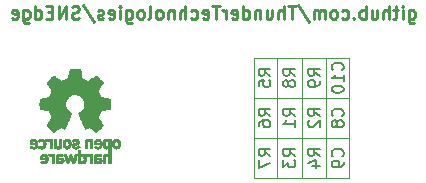
<source format=gbr>
%TF.GenerationSoftware,KiCad,Pcbnew,8.0.4*%
%TF.CreationDate,2024-08-31T12:18:16-06:00*%
%TF.ProjectId,SNEdge,534e4564-6765-42e6-9b69-6361645f7063,rev?*%
%TF.SameCoordinates,Original*%
%TF.FileFunction,Legend,Bot*%
%TF.FilePolarity,Positive*%
%FSLAX46Y46*%
G04 Gerber Fmt 4.6, Leading zero omitted, Abs format (unit mm)*
G04 Created by KiCad (PCBNEW 8.0.4) date 2024-08-31 12:18:16*
%MOMM*%
%LPD*%
G01*
G04 APERTURE LIST*
%ADD10C,0.100000*%
%ADD11C,0.250000*%
%ADD12C,0.150000*%
%ADD13C,0.010000*%
G04 APERTURE END LIST*
D10*
X147350000Y-102100000D02*
X139250000Y-102100000D01*
X147350000Y-105500000D02*
X139250000Y-105500000D01*
X139250000Y-98700000D02*
X147350000Y-98700000D01*
X147350000Y-108900000D01*
X139250000Y-108900000D01*
X139250000Y-98700000D01*
X145400000Y-108900000D02*
X145400000Y-98700000D01*
X141250000Y-108900000D02*
X143350000Y-108900000D01*
X141250000Y-98700000D02*
X141250000Y-108900000D01*
X143350000Y-108900000D02*
X143350000Y-98700000D01*
D11*
X152378676Y-94695234D02*
X152378676Y-95585710D01*
X152378676Y-95585710D02*
X152431057Y-95690472D01*
X152431057Y-95690472D02*
X152483438Y-95742853D01*
X152483438Y-95742853D02*
X152588200Y-95795234D01*
X152588200Y-95795234D02*
X152745343Y-95795234D01*
X152745343Y-95795234D02*
X152850105Y-95742853D01*
X152378676Y-95376187D02*
X152483438Y-95428567D01*
X152483438Y-95428567D02*
X152692962Y-95428567D01*
X152692962Y-95428567D02*
X152797724Y-95376187D01*
X152797724Y-95376187D02*
X152850105Y-95323806D01*
X152850105Y-95323806D02*
X152902486Y-95219044D01*
X152902486Y-95219044D02*
X152902486Y-94904758D01*
X152902486Y-94904758D02*
X152850105Y-94799996D01*
X152850105Y-94799996D02*
X152797724Y-94747615D01*
X152797724Y-94747615D02*
X152692962Y-94695234D01*
X152692962Y-94695234D02*
X152483438Y-94695234D01*
X152483438Y-94695234D02*
X152378676Y-94747615D01*
X151854867Y-95428567D02*
X151854867Y-94695234D01*
X151854867Y-94328567D02*
X151907248Y-94380948D01*
X151907248Y-94380948D02*
X151854867Y-94433329D01*
X151854867Y-94433329D02*
X151802486Y-94380948D01*
X151802486Y-94380948D02*
X151854867Y-94328567D01*
X151854867Y-94328567D02*
X151854867Y-94433329D01*
X151488200Y-94695234D02*
X151069152Y-94695234D01*
X151331057Y-94328567D02*
X151331057Y-95271425D01*
X151331057Y-95271425D02*
X151278676Y-95376187D01*
X151278676Y-95376187D02*
X151173914Y-95428567D01*
X151173914Y-95428567D02*
X151069152Y-95428567D01*
X150702486Y-95428567D02*
X150702486Y-94328567D01*
X150231057Y-95428567D02*
X150231057Y-94852377D01*
X150231057Y-94852377D02*
X150283438Y-94747615D01*
X150283438Y-94747615D02*
X150388200Y-94695234D01*
X150388200Y-94695234D02*
X150545343Y-94695234D01*
X150545343Y-94695234D02*
X150650105Y-94747615D01*
X150650105Y-94747615D02*
X150702486Y-94799996D01*
X149235819Y-94695234D02*
X149235819Y-95428567D01*
X149707248Y-94695234D02*
X149707248Y-95271425D01*
X149707248Y-95271425D02*
X149654867Y-95376187D01*
X149654867Y-95376187D02*
X149550105Y-95428567D01*
X149550105Y-95428567D02*
X149392962Y-95428567D01*
X149392962Y-95428567D02*
X149288200Y-95376187D01*
X149288200Y-95376187D02*
X149235819Y-95323806D01*
X148712010Y-95428567D02*
X148712010Y-94328567D01*
X148712010Y-94747615D02*
X148607248Y-94695234D01*
X148607248Y-94695234D02*
X148397724Y-94695234D01*
X148397724Y-94695234D02*
X148292962Y-94747615D01*
X148292962Y-94747615D02*
X148240581Y-94799996D01*
X148240581Y-94799996D02*
X148188200Y-94904758D01*
X148188200Y-94904758D02*
X148188200Y-95219044D01*
X148188200Y-95219044D02*
X148240581Y-95323806D01*
X148240581Y-95323806D02*
X148292962Y-95376187D01*
X148292962Y-95376187D02*
X148397724Y-95428567D01*
X148397724Y-95428567D02*
X148607248Y-95428567D01*
X148607248Y-95428567D02*
X148712010Y-95376187D01*
X147716772Y-95323806D02*
X147664391Y-95376187D01*
X147664391Y-95376187D02*
X147716772Y-95428567D01*
X147716772Y-95428567D02*
X147769153Y-95376187D01*
X147769153Y-95376187D02*
X147716772Y-95323806D01*
X147716772Y-95323806D02*
X147716772Y-95428567D01*
X146721533Y-95376187D02*
X146826295Y-95428567D01*
X146826295Y-95428567D02*
X147035819Y-95428567D01*
X147035819Y-95428567D02*
X147140581Y-95376187D01*
X147140581Y-95376187D02*
X147192962Y-95323806D01*
X147192962Y-95323806D02*
X147245343Y-95219044D01*
X147245343Y-95219044D02*
X147245343Y-94904758D01*
X147245343Y-94904758D02*
X147192962Y-94799996D01*
X147192962Y-94799996D02*
X147140581Y-94747615D01*
X147140581Y-94747615D02*
X147035819Y-94695234D01*
X147035819Y-94695234D02*
X146826295Y-94695234D01*
X146826295Y-94695234D02*
X146721533Y-94747615D01*
X146092962Y-95428567D02*
X146197724Y-95376187D01*
X146197724Y-95376187D02*
X146250105Y-95323806D01*
X146250105Y-95323806D02*
X146302486Y-95219044D01*
X146302486Y-95219044D02*
X146302486Y-94904758D01*
X146302486Y-94904758D02*
X146250105Y-94799996D01*
X146250105Y-94799996D02*
X146197724Y-94747615D01*
X146197724Y-94747615D02*
X146092962Y-94695234D01*
X146092962Y-94695234D02*
X145935819Y-94695234D01*
X145935819Y-94695234D02*
X145831057Y-94747615D01*
X145831057Y-94747615D02*
X145778676Y-94799996D01*
X145778676Y-94799996D02*
X145726295Y-94904758D01*
X145726295Y-94904758D02*
X145726295Y-95219044D01*
X145726295Y-95219044D02*
X145778676Y-95323806D01*
X145778676Y-95323806D02*
X145831057Y-95376187D01*
X145831057Y-95376187D02*
X145935819Y-95428567D01*
X145935819Y-95428567D02*
X146092962Y-95428567D01*
X145254867Y-95428567D02*
X145254867Y-94695234D01*
X145254867Y-94799996D02*
X145202486Y-94747615D01*
X145202486Y-94747615D02*
X145097724Y-94695234D01*
X145097724Y-94695234D02*
X144940581Y-94695234D01*
X144940581Y-94695234D02*
X144835819Y-94747615D01*
X144835819Y-94747615D02*
X144783438Y-94852377D01*
X144783438Y-94852377D02*
X144783438Y-95428567D01*
X144783438Y-94852377D02*
X144731057Y-94747615D01*
X144731057Y-94747615D02*
X144626295Y-94695234D01*
X144626295Y-94695234D02*
X144469152Y-94695234D01*
X144469152Y-94695234D02*
X144364391Y-94747615D01*
X144364391Y-94747615D02*
X144312010Y-94852377D01*
X144312010Y-94852377D02*
X144312010Y-95428567D01*
X143002485Y-94276187D02*
X143945343Y-95690472D01*
X142792962Y-94328567D02*
X142164390Y-94328567D01*
X142478676Y-95428567D02*
X142478676Y-94328567D01*
X141797724Y-95428567D02*
X141797724Y-94328567D01*
X141326295Y-95428567D02*
X141326295Y-94852377D01*
X141326295Y-94852377D02*
X141378676Y-94747615D01*
X141378676Y-94747615D02*
X141483438Y-94695234D01*
X141483438Y-94695234D02*
X141640581Y-94695234D01*
X141640581Y-94695234D02*
X141745343Y-94747615D01*
X141745343Y-94747615D02*
X141797724Y-94799996D01*
X140331057Y-94695234D02*
X140331057Y-95428567D01*
X140802486Y-94695234D02*
X140802486Y-95271425D01*
X140802486Y-95271425D02*
X140750105Y-95376187D01*
X140750105Y-95376187D02*
X140645343Y-95428567D01*
X140645343Y-95428567D02*
X140488200Y-95428567D01*
X140488200Y-95428567D02*
X140383438Y-95376187D01*
X140383438Y-95376187D02*
X140331057Y-95323806D01*
X139807248Y-94695234D02*
X139807248Y-95428567D01*
X139807248Y-94799996D02*
X139754867Y-94747615D01*
X139754867Y-94747615D02*
X139650105Y-94695234D01*
X139650105Y-94695234D02*
X139492962Y-94695234D01*
X139492962Y-94695234D02*
X139388200Y-94747615D01*
X139388200Y-94747615D02*
X139335819Y-94852377D01*
X139335819Y-94852377D02*
X139335819Y-95428567D01*
X138340581Y-95428567D02*
X138340581Y-94328567D01*
X138340581Y-95376187D02*
X138445343Y-95428567D01*
X138445343Y-95428567D02*
X138654867Y-95428567D01*
X138654867Y-95428567D02*
X138759629Y-95376187D01*
X138759629Y-95376187D02*
X138812010Y-95323806D01*
X138812010Y-95323806D02*
X138864391Y-95219044D01*
X138864391Y-95219044D02*
X138864391Y-94904758D01*
X138864391Y-94904758D02*
X138812010Y-94799996D01*
X138812010Y-94799996D02*
X138759629Y-94747615D01*
X138759629Y-94747615D02*
X138654867Y-94695234D01*
X138654867Y-94695234D02*
X138445343Y-94695234D01*
X138445343Y-94695234D02*
X138340581Y-94747615D01*
X137397724Y-95376187D02*
X137502486Y-95428567D01*
X137502486Y-95428567D02*
X137712010Y-95428567D01*
X137712010Y-95428567D02*
X137816772Y-95376187D01*
X137816772Y-95376187D02*
X137869153Y-95271425D01*
X137869153Y-95271425D02*
X137869153Y-94852377D01*
X137869153Y-94852377D02*
X137816772Y-94747615D01*
X137816772Y-94747615D02*
X137712010Y-94695234D01*
X137712010Y-94695234D02*
X137502486Y-94695234D01*
X137502486Y-94695234D02*
X137397724Y-94747615D01*
X137397724Y-94747615D02*
X137345343Y-94852377D01*
X137345343Y-94852377D02*
X137345343Y-94957139D01*
X137345343Y-94957139D02*
X137869153Y-95061901D01*
X136873915Y-95428567D02*
X136873915Y-94695234D01*
X136873915Y-94904758D02*
X136821534Y-94799996D01*
X136821534Y-94799996D02*
X136769153Y-94747615D01*
X136769153Y-94747615D02*
X136664391Y-94695234D01*
X136664391Y-94695234D02*
X136559629Y-94695234D01*
X136350106Y-94328567D02*
X135721534Y-94328567D01*
X136035820Y-95428567D02*
X136035820Y-94328567D01*
X134935820Y-95376187D02*
X135040582Y-95428567D01*
X135040582Y-95428567D02*
X135250106Y-95428567D01*
X135250106Y-95428567D02*
X135354868Y-95376187D01*
X135354868Y-95376187D02*
X135407249Y-95271425D01*
X135407249Y-95271425D02*
X135407249Y-94852377D01*
X135407249Y-94852377D02*
X135354868Y-94747615D01*
X135354868Y-94747615D02*
X135250106Y-94695234D01*
X135250106Y-94695234D02*
X135040582Y-94695234D01*
X135040582Y-94695234D02*
X134935820Y-94747615D01*
X134935820Y-94747615D02*
X134883439Y-94852377D01*
X134883439Y-94852377D02*
X134883439Y-94957139D01*
X134883439Y-94957139D02*
X135407249Y-95061901D01*
X133940582Y-95376187D02*
X134045344Y-95428567D01*
X134045344Y-95428567D02*
X134254868Y-95428567D01*
X134254868Y-95428567D02*
X134359630Y-95376187D01*
X134359630Y-95376187D02*
X134412011Y-95323806D01*
X134412011Y-95323806D02*
X134464392Y-95219044D01*
X134464392Y-95219044D02*
X134464392Y-94904758D01*
X134464392Y-94904758D02*
X134412011Y-94799996D01*
X134412011Y-94799996D02*
X134359630Y-94747615D01*
X134359630Y-94747615D02*
X134254868Y-94695234D01*
X134254868Y-94695234D02*
X134045344Y-94695234D01*
X134045344Y-94695234D02*
X133940582Y-94747615D01*
X133469154Y-95428567D02*
X133469154Y-94328567D01*
X132997725Y-95428567D02*
X132997725Y-94852377D01*
X132997725Y-94852377D02*
X133050106Y-94747615D01*
X133050106Y-94747615D02*
X133154868Y-94695234D01*
X133154868Y-94695234D02*
X133312011Y-94695234D01*
X133312011Y-94695234D02*
X133416773Y-94747615D01*
X133416773Y-94747615D02*
X133469154Y-94799996D01*
X132473916Y-94695234D02*
X132473916Y-95428567D01*
X132473916Y-94799996D02*
X132421535Y-94747615D01*
X132421535Y-94747615D02*
X132316773Y-94695234D01*
X132316773Y-94695234D02*
X132159630Y-94695234D01*
X132159630Y-94695234D02*
X132054868Y-94747615D01*
X132054868Y-94747615D02*
X132002487Y-94852377D01*
X132002487Y-94852377D02*
X132002487Y-95428567D01*
X131321535Y-95428567D02*
X131426297Y-95376187D01*
X131426297Y-95376187D02*
X131478678Y-95323806D01*
X131478678Y-95323806D02*
X131531059Y-95219044D01*
X131531059Y-95219044D02*
X131531059Y-94904758D01*
X131531059Y-94904758D02*
X131478678Y-94799996D01*
X131478678Y-94799996D02*
X131426297Y-94747615D01*
X131426297Y-94747615D02*
X131321535Y-94695234D01*
X131321535Y-94695234D02*
X131164392Y-94695234D01*
X131164392Y-94695234D02*
X131059630Y-94747615D01*
X131059630Y-94747615D02*
X131007249Y-94799996D01*
X131007249Y-94799996D02*
X130954868Y-94904758D01*
X130954868Y-94904758D02*
X130954868Y-95219044D01*
X130954868Y-95219044D02*
X131007249Y-95323806D01*
X131007249Y-95323806D02*
X131059630Y-95376187D01*
X131059630Y-95376187D02*
X131164392Y-95428567D01*
X131164392Y-95428567D02*
X131321535Y-95428567D01*
X130326297Y-95428567D02*
X130431059Y-95376187D01*
X130431059Y-95376187D02*
X130483440Y-95271425D01*
X130483440Y-95271425D02*
X130483440Y-94328567D01*
X129750107Y-95428567D02*
X129854869Y-95376187D01*
X129854869Y-95376187D02*
X129907250Y-95323806D01*
X129907250Y-95323806D02*
X129959631Y-95219044D01*
X129959631Y-95219044D02*
X129959631Y-94904758D01*
X129959631Y-94904758D02*
X129907250Y-94799996D01*
X129907250Y-94799996D02*
X129854869Y-94747615D01*
X129854869Y-94747615D02*
X129750107Y-94695234D01*
X129750107Y-94695234D02*
X129592964Y-94695234D01*
X129592964Y-94695234D02*
X129488202Y-94747615D01*
X129488202Y-94747615D02*
X129435821Y-94799996D01*
X129435821Y-94799996D02*
X129383440Y-94904758D01*
X129383440Y-94904758D02*
X129383440Y-95219044D01*
X129383440Y-95219044D02*
X129435821Y-95323806D01*
X129435821Y-95323806D02*
X129488202Y-95376187D01*
X129488202Y-95376187D02*
X129592964Y-95428567D01*
X129592964Y-95428567D02*
X129750107Y-95428567D01*
X128440583Y-94695234D02*
X128440583Y-95585710D01*
X128440583Y-95585710D02*
X128492964Y-95690472D01*
X128492964Y-95690472D02*
X128545345Y-95742853D01*
X128545345Y-95742853D02*
X128650107Y-95795234D01*
X128650107Y-95795234D02*
X128807250Y-95795234D01*
X128807250Y-95795234D02*
X128912012Y-95742853D01*
X128440583Y-95376187D02*
X128545345Y-95428567D01*
X128545345Y-95428567D02*
X128754869Y-95428567D01*
X128754869Y-95428567D02*
X128859631Y-95376187D01*
X128859631Y-95376187D02*
X128912012Y-95323806D01*
X128912012Y-95323806D02*
X128964393Y-95219044D01*
X128964393Y-95219044D02*
X128964393Y-94904758D01*
X128964393Y-94904758D02*
X128912012Y-94799996D01*
X128912012Y-94799996D02*
X128859631Y-94747615D01*
X128859631Y-94747615D02*
X128754869Y-94695234D01*
X128754869Y-94695234D02*
X128545345Y-94695234D01*
X128545345Y-94695234D02*
X128440583Y-94747615D01*
X127916774Y-95428567D02*
X127916774Y-94695234D01*
X127916774Y-94328567D02*
X127969155Y-94380948D01*
X127969155Y-94380948D02*
X127916774Y-94433329D01*
X127916774Y-94433329D02*
X127864393Y-94380948D01*
X127864393Y-94380948D02*
X127916774Y-94328567D01*
X127916774Y-94328567D02*
X127916774Y-94433329D01*
X126973916Y-95376187D02*
X127078678Y-95428567D01*
X127078678Y-95428567D02*
X127288202Y-95428567D01*
X127288202Y-95428567D02*
X127392964Y-95376187D01*
X127392964Y-95376187D02*
X127445345Y-95271425D01*
X127445345Y-95271425D02*
X127445345Y-94852377D01*
X127445345Y-94852377D02*
X127392964Y-94747615D01*
X127392964Y-94747615D02*
X127288202Y-94695234D01*
X127288202Y-94695234D02*
X127078678Y-94695234D01*
X127078678Y-94695234D02*
X126973916Y-94747615D01*
X126973916Y-94747615D02*
X126921535Y-94852377D01*
X126921535Y-94852377D02*
X126921535Y-94957139D01*
X126921535Y-94957139D02*
X127445345Y-95061901D01*
X126502488Y-95376187D02*
X126397726Y-95428567D01*
X126397726Y-95428567D02*
X126188202Y-95428567D01*
X126188202Y-95428567D02*
X126083440Y-95376187D01*
X126083440Y-95376187D02*
X126031059Y-95271425D01*
X126031059Y-95271425D02*
X126031059Y-95219044D01*
X126031059Y-95219044D02*
X126083440Y-95114282D01*
X126083440Y-95114282D02*
X126188202Y-95061901D01*
X126188202Y-95061901D02*
X126345345Y-95061901D01*
X126345345Y-95061901D02*
X126450107Y-95009520D01*
X126450107Y-95009520D02*
X126502488Y-94904758D01*
X126502488Y-94904758D02*
X126502488Y-94852377D01*
X126502488Y-94852377D02*
X126450107Y-94747615D01*
X126450107Y-94747615D02*
X126345345Y-94695234D01*
X126345345Y-94695234D02*
X126188202Y-94695234D01*
X126188202Y-94695234D02*
X126083440Y-94747615D01*
X124773916Y-94276187D02*
X125716774Y-95690472D01*
X124459631Y-95376187D02*
X124302488Y-95428567D01*
X124302488Y-95428567D02*
X124040583Y-95428567D01*
X124040583Y-95428567D02*
X123935821Y-95376187D01*
X123935821Y-95376187D02*
X123883440Y-95323806D01*
X123883440Y-95323806D02*
X123831059Y-95219044D01*
X123831059Y-95219044D02*
X123831059Y-95114282D01*
X123831059Y-95114282D02*
X123883440Y-95009520D01*
X123883440Y-95009520D02*
X123935821Y-94957139D01*
X123935821Y-94957139D02*
X124040583Y-94904758D01*
X124040583Y-94904758D02*
X124250107Y-94852377D01*
X124250107Y-94852377D02*
X124354869Y-94799996D01*
X124354869Y-94799996D02*
X124407250Y-94747615D01*
X124407250Y-94747615D02*
X124459631Y-94642853D01*
X124459631Y-94642853D02*
X124459631Y-94538091D01*
X124459631Y-94538091D02*
X124407250Y-94433329D01*
X124407250Y-94433329D02*
X124354869Y-94380948D01*
X124354869Y-94380948D02*
X124250107Y-94328567D01*
X124250107Y-94328567D02*
X123988202Y-94328567D01*
X123988202Y-94328567D02*
X123831059Y-94380948D01*
X123359631Y-95428567D02*
X123359631Y-94328567D01*
X123359631Y-94328567D02*
X122731059Y-95428567D01*
X122731059Y-95428567D02*
X122731059Y-94328567D01*
X122207250Y-94852377D02*
X121840583Y-94852377D01*
X121683440Y-95428567D02*
X122207250Y-95428567D01*
X122207250Y-95428567D02*
X122207250Y-94328567D01*
X122207250Y-94328567D02*
X121683440Y-94328567D01*
X120740583Y-95428567D02*
X120740583Y-94328567D01*
X120740583Y-95376187D02*
X120845345Y-95428567D01*
X120845345Y-95428567D02*
X121054869Y-95428567D01*
X121054869Y-95428567D02*
X121159631Y-95376187D01*
X121159631Y-95376187D02*
X121212012Y-95323806D01*
X121212012Y-95323806D02*
X121264393Y-95219044D01*
X121264393Y-95219044D02*
X121264393Y-94904758D01*
X121264393Y-94904758D02*
X121212012Y-94799996D01*
X121212012Y-94799996D02*
X121159631Y-94747615D01*
X121159631Y-94747615D02*
X121054869Y-94695234D01*
X121054869Y-94695234D02*
X120845345Y-94695234D01*
X120845345Y-94695234D02*
X120740583Y-94747615D01*
X119745345Y-94695234D02*
X119745345Y-95585710D01*
X119745345Y-95585710D02*
X119797726Y-95690472D01*
X119797726Y-95690472D02*
X119850107Y-95742853D01*
X119850107Y-95742853D02*
X119954869Y-95795234D01*
X119954869Y-95795234D02*
X120112012Y-95795234D01*
X120112012Y-95795234D02*
X120216774Y-95742853D01*
X119745345Y-95376187D02*
X119850107Y-95428567D01*
X119850107Y-95428567D02*
X120059631Y-95428567D01*
X120059631Y-95428567D02*
X120164393Y-95376187D01*
X120164393Y-95376187D02*
X120216774Y-95323806D01*
X120216774Y-95323806D02*
X120269155Y-95219044D01*
X120269155Y-95219044D02*
X120269155Y-94904758D01*
X120269155Y-94904758D02*
X120216774Y-94799996D01*
X120216774Y-94799996D02*
X120164393Y-94747615D01*
X120164393Y-94747615D02*
X120059631Y-94695234D01*
X120059631Y-94695234D02*
X119850107Y-94695234D01*
X119850107Y-94695234D02*
X119745345Y-94747615D01*
X118802488Y-95376187D02*
X118907250Y-95428567D01*
X118907250Y-95428567D02*
X119116774Y-95428567D01*
X119116774Y-95428567D02*
X119221536Y-95376187D01*
X119221536Y-95376187D02*
X119273917Y-95271425D01*
X119273917Y-95271425D02*
X119273917Y-94852377D01*
X119273917Y-94852377D02*
X119221536Y-94747615D01*
X119221536Y-94747615D02*
X119116774Y-94695234D01*
X119116774Y-94695234D02*
X118907250Y-94695234D01*
X118907250Y-94695234D02*
X118802488Y-94747615D01*
X118802488Y-94747615D02*
X118750107Y-94852377D01*
X118750107Y-94852377D02*
X118750107Y-94957139D01*
X118750107Y-94957139D02*
X119273917Y-95061901D01*
D12*
X146759580Y-103645833D02*
X146807200Y-103598214D01*
X146807200Y-103598214D02*
X146854819Y-103455357D01*
X146854819Y-103455357D02*
X146854819Y-103360119D01*
X146854819Y-103360119D02*
X146807200Y-103217262D01*
X146807200Y-103217262D02*
X146711961Y-103122024D01*
X146711961Y-103122024D02*
X146616723Y-103074405D01*
X146616723Y-103074405D02*
X146426247Y-103026786D01*
X146426247Y-103026786D02*
X146283390Y-103026786D01*
X146283390Y-103026786D02*
X146092914Y-103074405D01*
X146092914Y-103074405D02*
X145997676Y-103122024D01*
X145997676Y-103122024D02*
X145902438Y-103217262D01*
X145902438Y-103217262D02*
X145854819Y-103360119D01*
X145854819Y-103360119D02*
X145854819Y-103455357D01*
X145854819Y-103455357D02*
X145902438Y-103598214D01*
X145902438Y-103598214D02*
X145950057Y-103645833D01*
X146283390Y-104217262D02*
X146235771Y-104122024D01*
X146235771Y-104122024D02*
X146188152Y-104074405D01*
X146188152Y-104074405D02*
X146092914Y-104026786D01*
X146092914Y-104026786D02*
X146045295Y-104026786D01*
X146045295Y-104026786D02*
X145950057Y-104074405D01*
X145950057Y-104074405D02*
X145902438Y-104122024D01*
X145902438Y-104122024D02*
X145854819Y-104217262D01*
X145854819Y-104217262D02*
X145854819Y-104407738D01*
X145854819Y-104407738D02*
X145902438Y-104502976D01*
X145902438Y-104502976D02*
X145950057Y-104550595D01*
X145950057Y-104550595D02*
X146045295Y-104598214D01*
X146045295Y-104598214D02*
X146092914Y-104598214D01*
X146092914Y-104598214D02*
X146188152Y-104550595D01*
X146188152Y-104550595D02*
X146235771Y-104502976D01*
X146235771Y-104502976D02*
X146283390Y-104407738D01*
X146283390Y-104407738D02*
X146283390Y-104217262D01*
X146283390Y-104217262D02*
X146331009Y-104122024D01*
X146331009Y-104122024D02*
X146378628Y-104074405D01*
X146378628Y-104074405D02*
X146473866Y-104026786D01*
X146473866Y-104026786D02*
X146664342Y-104026786D01*
X146664342Y-104026786D02*
X146759580Y-104074405D01*
X146759580Y-104074405D02*
X146807200Y-104122024D01*
X146807200Y-104122024D02*
X146854819Y-104217262D01*
X146854819Y-104217262D02*
X146854819Y-104407738D01*
X146854819Y-104407738D02*
X146807200Y-104502976D01*
X146807200Y-104502976D02*
X146759580Y-104550595D01*
X146759580Y-104550595D02*
X146664342Y-104598214D01*
X146664342Y-104598214D02*
X146473866Y-104598214D01*
X146473866Y-104598214D02*
X146378628Y-104550595D01*
X146378628Y-104550595D02*
X146331009Y-104502976D01*
X146331009Y-104502976D02*
X146283390Y-104407738D01*
X142754819Y-107045833D02*
X142278628Y-106712500D01*
X142754819Y-106474405D02*
X141754819Y-106474405D01*
X141754819Y-106474405D02*
X141754819Y-106855357D01*
X141754819Y-106855357D02*
X141802438Y-106950595D01*
X141802438Y-106950595D02*
X141850057Y-106998214D01*
X141850057Y-106998214D02*
X141945295Y-107045833D01*
X141945295Y-107045833D02*
X142088152Y-107045833D01*
X142088152Y-107045833D02*
X142183390Y-106998214D01*
X142183390Y-106998214D02*
X142231009Y-106950595D01*
X142231009Y-106950595D02*
X142278628Y-106855357D01*
X142278628Y-106855357D02*
X142278628Y-106474405D01*
X141754819Y-107379167D02*
X141754819Y-107998214D01*
X141754819Y-107998214D02*
X142135771Y-107664881D01*
X142135771Y-107664881D02*
X142135771Y-107807738D01*
X142135771Y-107807738D02*
X142183390Y-107902976D01*
X142183390Y-107902976D02*
X142231009Y-107950595D01*
X142231009Y-107950595D02*
X142326247Y-107998214D01*
X142326247Y-107998214D02*
X142564342Y-107998214D01*
X142564342Y-107998214D02*
X142659580Y-107950595D01*
X142659580Y-107950595D02*
X142707200Y-107902976D01*
X142707200Y-107902976D02*
X142754819Y-107807738D01*
X142754819Y-107807738D02*
X142754819Y-107522024D01*
X142754819Y-107522024D02*
X142707200Y-107426786D01*
X142707200Y-107426786D02*
X142659580Y-107379167D01*
X146759580Y-107045833D02*
X146807200Y-106998214D01*
X146807200Y-106998214D02*
X146854819Y-106855357D01*
X146854819Y-106855357D02*
X146854819Y-106760119D01*
X146854819Y-106760119D02*
X146807200Y-106617262D01*
X146807200Y-106617262D02*
X146711961Y-106522024D01*
X146711961Y-106522024D02*
X146616723Y-106474405D01*
X146616723Y-106474405D02*
X146426247Y-106426786D01*
X146426247Y-106426786D02*
X146283390Y-106426786D01*
X146283390Y-106426786D02*
X146092914Y-106474405D01*
X146092914Y-106474405D02*
X145997676Y-106522024D01*
X145997676Y-106522024D02*
X145902438Y-106617262D01*
X145902438Y-106617262D02*
X145854819Y-106760119D01*
X145854819Y-106760119D02*
X145854819Y-106855357D01*
X145854819Y-106855357D02*
X145902438Y-106998214D01*
X145902438Y-106998214D02*
X145950057Y-107045833D01*
X146854819Y-107522024D02*
X146854819Y-107712500D01*
X146854819Y-107712500D02*
X146807200Y-107807738D01*
X146807200Y-107807738D02*
X146759580Y-107855357D01*
X146759580Y-107855357D02*
X146616723Y-107950595D01*
X146616723Y-107950595D02*
X146426247Y-107998214D01*
X146426247Y-107998214D02*
X146045295Y-107998214D01*
X146045295Y-107998214D02*
X145950057Y-107950595D01*
X145950057Y-107950595D02*
X145902438Y-107902976D01*
X145902438Y-107902976D02*
X145854819Y-107807738D01*
X145854819Y-107807738D02*
X145854819Y-107617262D01*
X145854819Y-107617262D02*
X145902438Y-107522024D01*
X145902438Y-107522024D02*
X145950057Y-107474405D01*
X145950057Y-107474405D02*
X146045295Y-107426786D01*
X146045295Y-107426786D02*
X146283390Y-107426786D01*
X146283390Y-107426786D02*
X146378628Y-107474405D01*
X146378628Y-107474405D02*
X146426247Y-107522024D01*
X146426247Y-107522024D02*
X146473866Y-107617262D01*
X146473866Y-107617262D02*
X146473866Y-107807738D01*
X146473866Y-107807738D02*
X146426247Y-107902976D01*
X146426247Y-107902976D02*
X146378628Y-107950595D01*
X146378628Y-107950595D02*
X146283390Y-107998214D01*
X144854819Y-100233333D02*
X144378628Y-99900000D01*
X144854819Y-99661905D02*
X143854819Y-99661905D01*
X143854819Y-99661905D02*
X143854819Y-100042857D01*
X143854819Y-100042857D02*
X143902438Y-100138095D01*
X143902438Y-100138095D02*
X143950057Y-100185714D01*
X143950057Y-100185714D02*
X144045295Y-100233333D01*
X144045295Y-100233333D02*
X144188152Y-100233333D01*
X144188152Y-100233333D02*
X144283390Y-100185714D01*
X144283390Y-100185714D02*
X144331009Y-100138095D01*
X144331009Y-100138095D02*
X144378628Y-100042857D01*
X144378628Y-100042857D02*
X144378628Y-99661905D01*
X144854819Y-100709524D02*
X144854819Y-100900000D01*
X144854819Y-100900000D02*
X144807200Y-100995238D01*
X144807200Y-100995238D02*
X144759580Y-101042857D01*
X144759580Y-101042857D02*
X144616723Y-101138095D01*
X144616723Y-101138095D02*
X144426247Y-101185714D01*
X144426247Y-101185714D02*
X144045295Y-101185714D01*
X144045295Y-101185714D02*
X143950057Y-101138095D01*
X143950057Y-101138095D02*
X143902438Y-101090476D01*
X143902438Y-101090476D02*
X143854819Y-100995238D01*
X143854819Y-100995238D02*
X143854819Y-100804762D01*
X143854819Y-100804762D02*
X143902438Y-100709524D01*
X143902438Y-100709524D02*
X143950057Y-100661905D01*
X143950057Y-100661905D02*
X144045295Y-100614286D01*
X144045295Y-100614286D02*
X144283390Y-100614286D01*
X144283390Y-100614286D02*
X144378628Y-100661905D01*
X144378628Y-100661905D02*
X144426247Y-100709524D01*
X144426247Y-100709524D02*
X144473866Y-100804762D01*
X144473866Y-100804762D02*
X144473866Y-100995238D01*
X144473866Y-100995238D02*
X144426247Y-101090476D01*
X144426247Y-101090476D02*
X144378628Y-101138095D01*
X144378628Y-101138095D02*
X144283390Y-101185714D01*
X140654819Y-100233333D02*
X140178628Y-99900000D01*
X140654819Y-99661905D02*
X139654819Y-99661905D01*
X139654819Y-99661905D02*
X139654819Y-100042857D01*
X139654819Y-100042857D02*
X139702438Y-100138095D01*
X139702438Y-100138095D02*
X139750057Y-100185714D01*
X139750057Y-100185714D02*
X139845295Y-100233333D01*
X139845295Y-100233333D02*
X139988152Y-100233333D01*
X139988152Y-100233333D02*
X140083390Y-100185714D01*
X140083390Y-100185714D02*
X140131009Y-100138095D01*
X140131009Y-100138095D02*
X140178628Y-100042857D01*
X140178628Y-100042857D02*
X140178628Y-99661905D01*
X139654819Y-101138095D02*
X139654819Y-100661905D01*
X139654819Y-100661905D02*
X140131009Y-100614286D01*
X140131009Y-100614286D02*
X140083390Y-100661905D01*
X140083390Y-100661905D02*
X140035771Y-100757143D01*
X140035771Y-100757143D02*
X140035771Y-100995238D01*
X140035771Y-100995238D02*
X140083390Y-101090476D01*
X140083390Y-101090476D02*
X140131009Y-101138095D01*
X140131009Y-101138095D02*
X140226247Y-101185714D01*
X140226247Y-101185714D02*
X140464342Y-101185714D01*
X140464342Y-101185714D02*
X140559580Y-101138095D01*
X140559580Y-101138095D02*
X140607200Y-101090476D01*
X140607200Y-101090476D02*
X140654819Y-100995238D01*
X140654819Y-100995238D02*
X140654819Y-100757143D01*
X140654819Y-100757143D02*
X140607200Y-100661905D01*
X140607200Y-100661905D02*
X140559580Y-100614286D01*
X142754819Y-103633333D02*
X142278628Y-103300000D01*
X142754819Y-103061905D02*
X141754819Y-103061905D01*
X141754819Y-103061905D02*
X141754819Y-103442857D01*
X141754819Y-103442857D02*
X141802438Y-103538095D01*
X141802438Y-103538095D02*
X141850057Y-103585714D01*
X141850057Y-103585714D02*
X141945295Y-103633333D01*
X141945295Y-103633333D02*
X142088152Y-103633333D01*
X142088152Y-103633333D02*
X142183390Y-103585714D01*
X142183390Y-103585714D02*
X142231009Y-103538095D01*
X142231009Y-103538095D02*
X142278628Y-103442857D01*
X142278628Y-103442857D02*
X142278628Y-103061905D01*
X142754819Y-104585714D02*
X142754819Y-104014286D01*
X142754819Y-104300000D02*
X141754819Y-104300000D01*
X141754819Y-104300000D02*
X141897676Y-104204762D01*
X141897676Y-104204762D02*
X141992914Y-104109524D01*
X141992914Y-104109524D02*
X142040533Y-104014286D01*
X144854819Y-107033333D02*
X144378628Y-106700000D01*
X144854819Y-106461905D02*
X143854819Y-106461905D01*
X143854819Y-106461905D02*
X143854819Y-106842857D01*
X143854819Y-106842857D02*
X143902438Y-106938095D01*
X143902438Y-106938095D02*
X143950057Y-106985714D01*
X143950057Y-106985714D02*
X144045295Y-107033333D01*
X144045295Y-107033333D02*
X144188152Y-107033333D01*
X144188152Y-107033333D02*
X144283390Y-106985714D01*
X144283390Y-106985714D02*
X144331009Y-106938095D01*
X144331009Y-106938095D02*
X144378628Y-106842857D01*
X144378628Y-106842857D02*
X144378628Y-106461905D01*
X144188152Y-107890476D02*
X144854819Y-107890476D01*
X143807200Y-107652381D02*
X144521485Y-107414286D01*
X144521485Y-107414286D02*
X144521485Y-108033333D01*
X142754819Y-100233333D02*
X142278628Y-99900000D01*
X142754819Y-99661905D02*
X141754819Y-99661905D01*
X141754819Y-99661905D02*
X141754819Y-100042857D01*
X141754819Y-100042857D02*
X141802438Y-100138095D01*
X141802438Y-100138095D02*
X141850057Y-100185714D01*
X141850057Y-100185714D02*
X141945295Y-100233333D01*
X141945295Y-100233333D02*
X142088152Y-100233333D01*
X142088152Y-100233333D02*
X142183390Y-100185714D01*
X142183390Y-100185714D02*
X142231009Y-100138095D01*
X142231009Y-100138095D02*
X142278628Y-100042857D01*
X142278628Y-100042857D02*
X142278628Y-99661905D01*
X142183390Y-100804762D02*
X142135771Y-100709524D01*
X142135771Y-100709524D02*
X142088152Y-100661905D01*
X142088152Y-100661905D02*
X141992914Y-100614286D01*
X141992914Y-100614286D02*
X141945295Y-100614286D01*
X141945295Y-100614286D02*
X141850057Y-100661905D01*
X141850057Y-100661905D02*
X141802438Y-100709524D01*
X141802438Y-100709524D02*
X141754819Y-100804762D01*
X141754819Y-100804762D02*
X141754819Y-100995238D01*
X141754819Y-100995238D02*
X141802438Y-101090476D01*
X141802438Y-101090476D02*
X141850057Y-101138095D01*
X141850057Y-101138095D02*
X141945295Y-101185714D01*
X141945295Y-101185714D02*
X141992914Y-101185714D01*
X141992914Y-101185714D02*
X142088152Y-101138095D01*
X142088152Y-101138095D02*
X142135771Y-101090476D01*
X142135771Y-101090476D02*
X142183390Y-100995238D01*
X142183390Y-100995238D02*
X142183390Y-100804762D01*
X142183390Y-100804762D02*
X142231009Y-100709524D01*
X142231009Y-100709524D02*
X142278628Y-100661905D01*
X142278628Y-100661905D02*
X142373866Y-100614286D01*
X142373866Y-100614286D02*
X142564342Y-100614286D01*
X142564342Y-100614286D02*
X142659580Y-100661905D01*
X142659580Y-100661905D02*
X142707200Y-100709524D01*
X142707200Y-100709524D02*
X142754819Y-100804762D01*
X142754819Y-100804762D02*
X142754819Y-100995238D01*
X142754819Y-100995238D02*
X142707200Y-101090476D01*
X142707200Y-101090476D02*
X142659580Y-101138095D01*
X142659580Y-101138095D02*
X142564342Y-101185714D01*
X142564342Y-101185714D02*
X142373866Y-101185714D01*
X142373866Y-101185714D02*
X142278628Y-101138095D01*
X142278628Y-101138095D02*
X142231009Y-101090476D01*
X142231009Y-101090476D02*
X142183390Y-100995238D01*
X146759580Y-99757142D02*
X146807200Y-99709523D01*
X146807200Y-99709523D02*
X146854819Y-99566666D01*
X146854819Y-99566666D02*
X146854819Y-99471428D01*
X146854819Y-99471428D02*
X146807200Y-99328571D01*
X146807200Y-99328571D02*
X146711961Y-99233333D01*
X146711961Y-99233333D02*
X146616723Y-99185714D01*
X146616723Y-99185714D02*
X146426247Y-99138095D01*
X146426247Y-99138095D02*
X146283390Y-99138095D01*
X146283390Y-99138095D02*
X146092914Y-99185714D01*
X146092914Y-99185714D02*
X145997676Y-99233333D01*
X145997676Y-99233333D02*
X145902438Y-99328571D01*
X145902438Y-99328571D02*
X145854819Y-99471428D01*
X145854819Y-99471428D02*
X145854819Y-99566666D01*
X145854819Y-99566666D02*
X145902438Y-99709523D01*
X145902438Y-99709523D02*
X145950057Y-99757142D01*
X146854819Y-100709523D02*
X146854819Y-100138095D01*
X146854819Y-100423809D02*
X145854819Y-100423809D01*
X145854819Y-100423809D02*
X145997676Y-100328571D01*
X145997676Y-100328571D02*
X146092914Y-100233333D01*
X146092914Y-100233333D02*
X146140533Y-100138095D01*
X145854819Y-101328571D02*
X145854819Y-101423809D01*
X145854819Y-101423809D02*
X145902438Y-101519047D01*
X145902438Y-101519047D02*
X145950057Y-101566666D01*
X145950057Y-101566666D02*
X146045295Y-101614285D01*
X146045295Y-101614285D02*
X146235771Y-101661904D01*
X146235771Y-101661904D02*
X146473866Y-101661904D01*
X146473866Y-101661904D02*
X146664342Y-101614285D01*
X146664342Y-101614285D02*
X146759580Y-101566666D01*
X146759580Y-101566666D02*
X146807200Y-101519047D01*
X146807200Y-101519047D02*
X146854819Y-101423809D01*
X146854819Y-101423809D02*
X146854819Y-101328571D01*
X146854819Y-101328571D02*
X146807200Y-101233333D01*
X146807200Y-101233333D02*
X146759580Y-101185714D01*
X146759580Y-101185714D02*
X146664342Y-101138095D01*
X146664342Y-101138095D02*
X146473866Y-101090476D01*
X146473866Y-101090476D02*
X146235771Y-101090476D01*
X146235771Y-101090476D02*
X146045295Y-101138095D01*
X146045295Y-101138095D02*
X145950057Y-101185714D01*
X145950057Y-101185714D02*
X145902438Y-101233333D01*
X145902438Y-101233333D02*
X145854819Y-101328571D01*
X144854819Y-103633333D02*
X144378628Y-103300000D01*
X144854819Y-103061905D02*
X143854819Y-103061905D01*
X143854819Y-103061905D02*
X143854819Y-103442857D01*
X143854819Y-103442857D02*
X143902438Y-103538095D01*
X143902438Y-103538095D02*
X143950057Y-103585714D01*
X143950057Y-103585714D02*
X144045295Y-103633333D01*
X144045295Y-103633333D02*
X144188152Y-103633333D01*
X144188152Y-103633333D02*
X144283390Y-103585714D01*
X144283390Y-103585714D02*
X144331009Y-103538095D01*
X144331009Y-103538095D02*
X144378628Y-103442857D01*
X144378628Y-103442857D02*
X144378628Y-103061905D01*
X143950057Y-104014286D02*
X143902438Y-104061905D01*
X143902438Y-104061905D02*
X143854819Y-104157143D01*
X143854819Y-104157143D02*
X143854819Y-104395238D01*
X143854819Y-104395238D02*
X143902438Y-104490476D01*
X143902438Y-104490476D02*
X143950057Y-104538095D01*
X143950057Y-104538095D02*
X144045295Y-104585714D01*
X144045295Y-104585714D02*
X144140533Y-104585714D01*
X144140533Y-104585714D02*
X144283390Y-104538095D01*
X144283390Y-104538095D02*
X144854819Y-103966667D01*
X144854819Y-103966667D02*
X144854819Y-104585714D01*
X140654819Y-107033333D02*
X140178628Y-106700000D01*
X140654819Y-106461905D02*
X139654819Y-106461905D01*
X139654819Y-106461905D02*
X139654819Y-106842857D01*
X139654819Y-106842857D02*
X139702438Y-106938095D01*
X139702438Y-106938095D02*
X139750057Y-106985714D01*
X139750057Y-106985714D02*
X139845295Y-107033333D01*
X139845295Y-107033333D02*
X139988152Y-107033333D01*
X139988152Y-107033333D02*
X140083390Y-106985714D01*
X140083390Y-106985714D02*
X140131009Y-106938095D01*
X140131009Y-106938095D02*
X140178628Y-106842857D01*
X140178628Y-106842857D02*
X140178628Y-106461905D01*
X139654819Y-107366667D02*
X139654819Y-108033333D01*
X139654819Y-108033333D02*
X140654819Y-107604762D01*
X140654819Y-103633333D02*
X140178628Y-103300000D01*
X140654819Y-103061905D02*
X139654819Y-103061905D01*
X139654819Y-103061905D02*
X139654819Y-103442857D01*
X139654819Y-103442857D02*
X139702438Y-103538095D01*
X139702438Y-103538095D02*
X139750057Y-103585714D01*
X139750057Y-103585714D02*
X139845295Y-103633333D01*
X139845295Y-103633333D02*
X139988152Y-103633333D01*
X139988152Y-103633333D02*
X140083390Y-103585714D01*
X140083390Y-103585714D02*
X140131009Y-103538095D01*
X140131009Y-103538095D02*
X140178628Y-103442857D01*
X140178628Y-103442857D02*
X140178628Y-103061905D01*
X139654819Y-104490476D02*
X139654819Y-104300000D01*
X139654819Y-104300000D02*
X139702438Y-104204762D01*
X139702438Y-104204762D02*
X139750057Y-104157143D01*
X139750057Y-104157143D02*
X139892914Y-104061905D01*
X139892914Y-104061905D02*
X140083390Y-104014286D01*
X140083390Y-104014286D02*
X140464342Y-104014286D01*
X140464342Y-104014286D02*
X140559580Y-104061905D01*
X140559580Y-104061905D02*
X140607200Y-104109524D01*
X140607200Y-104109524D02*
X140654819Y-104204762D01*
X140654819Y-104204762D02*
X140654819Y-104395238D01*
X140654819Y-104395238D02*
X140607200Y-104490476D01*
X140607200Y-104490476D02*
X140559580Y-104538095D01*
X140559580Y-104538095D02*
X140464342Y-104585714D01*
X140464342Y-104585714D02*
X140226247Y-104585714D01*
X140226247Y-104585714D02*
X140131009Y-104538095D01*
X140131009Y-104538095D02*
X140083390Y-104490476D01*
X140083390Y-104490476D02*
X140035771Y-104395238D01*
X140035771Y-104395238D02*
X140035771Y-104204762D01*
X140035771Y-104204762D02*
X140083390Y-104109524D01*
X140083390Y-104109524D02*
X140131009Y-104061905D01*
X140131009Y-104061905D02*
X140226247Y-104014286D01*
D13*
%TO.C,REF\u002A\u002A*%
X121823684Y-105582216D02*
X121864650Y-105595005D01*
X121915099Y-105616261D01*
X121939526Y-105627684D01*
X121957155Y-105629749D01*
X121961053Y-105613916D01*
X121961057Y-105613468D01*
X121969312Y-105598351D01*
X121997781Y-105590603D01*
X122052961Y-105588421D01*
X122144869Y-105588421D01*
X122144869Y-106390526D01*
X121961053Y-106390526D01*
X121961053Y-105837483D01*
X121915358Y-105795134D01*
X121901082Y-105783098D01*
X121858558Y-105762534D01*
X121806192Y-105761710D01*
X121734889Y-105779856D01*
X121710852Y-105781005D01*
X121682656Y-105763402D01*
X121645126Y-105721562D01*
X121626921Y-105698419D01*
X121605391Y-105665742D01*
X121602073Y-105644942D01*
X121614128Y-105627395D01*
X121651135Y-105605206D01*
X121708612Y-105587645D01*
X121770972Y-105578938D01*
X121823684Y-105582216D01*
G36*
X121823684Y-105582216D02*
G01*
X121864650Y-105595005D01*
X121915099Y-105616261D01*
X121939526Y-105627684D01*
X121957155Y-105629749D01*
X121961053Y-105613916D01*
X121961057Y-105613468D01*
X121969312Y-105598351D01*
X121997781Y-105590603D01*
X122052961Y-105588421D01*
X122144869Y-105588421D01*
X122144869Y-106390526D01*
X121961053Y-106390526D01*
X121961053Y-105837483D01*
X121915358Y-105795134D01*
X121901082Y-105783098D01*
X121858558Y-105762534D01*
X121806192Y-105761710D01*
X121734889Y-105779856D01*
X121710852Y-105781005D01*
X121682656Y-105763402D01*
X121645126Y-105721562D01*
X121626921Y-105698419D01*
X121605391Y-105665742D01*
X121602073Y-105644942D01*
X121614128Y-105627395D01*
X121651135Y-105605206D01*
X121708612Y-105587645D01*
X121770972Y-105578938D01*
X121823684Y-105582216D01*
G37*
X122067063Y-106852716D02*
X122117550Y-106876344D01*
X122161579Y-106910978D01*
X122161579Y-106876344D01*
X122162676Y-106863194D01*
X122172885Y-106849252D01*
X122200493Y-106843094D01*
X122253487Y-106841710D01*
X122345395Y-106841710D01*
X122345395Y-107660526D01*
X122161579Y-107660526D01*
X122161579Y-107393944D01*
X122161557Y-107378640D01*
X122159989Y-107271060D01*
X122156141Y-107183427D01*
X122150287Y-107120224D01*
X122142701Y-107085929D01*
X122135736Y-107072982D01*
X122092860Y-107032378D01*
X122034458Y-107014404D01*
X121970686Y-107022789D01*
X121955044Y-107028472D01*
X121921721Y-107038517D01*
X121898947Y-107035398D01*
X121876031Y-107014979D01*
X121842283Y-106973127D01*
X121787547Y-106904017D01*
X121826020Y-106872864D01*
X121862592Y-106854112D01*
X121926833Y-106841447D01*
X121999240Y-106841033D01*
X122067063Y-106852716D01*
G36*
X122067063Y-106852716D02*
G01*
X122117550Y-106876344D01*
X122161579Y-106910978D01*
X122161579Y-106876344D01*
X122162676Y-106863194D01*
X122172885Y-106849252D01*
X122200493Y-106843094D01*
X122253487Y-106841710D01*
X122345395Y-106841710D01*
X122345395Y-107660526D01*
X122161579Y-107660526D01*
X122161579Y-107393944D01*
X122161557Y-107378640D01*
X122159989Y-107271060D01*
X122156141Y-107183427D01*
X122150287Y-107120224D01*
X122142701Y-107085929D01*
X122135736Y-107072982D01*
X122092860Y-107032378D01*
X122034458Y-107014404D01*
X121970686Y-107022789D01*
X121955044Y-107028472D01*
X121921721Y-107038517D01*
X121898947Y-107035398D01*
X121876031Y-107014979D01*
X121842283Y-106973127D01*
X121787547Y-106904017D01*
X121826020Y-106872864D01*
X121862592Y-106854112D01*
X121926833Y-106841447D01*
X121999240Y-106841033D01*
X122067063Y-106852716D01*
G37*
X125553816Y-107660526D02*
X125386711Y-107660526D01*
X125386711Y-107402601D01*
X125386526Y-107342605D01*
X125384626Y-107243237D01*
X125379816Y-107169673D01*
X125371052Y-107116827D01*
X125357290Y-107079614D01*
X125337487Y-107052949D01*
X125310600Y-107031746D01*
X125281248Y-107015947D01*
X125246491Y-107011467D01*
X125197058Y-107021429D01*
X125181173Y-107025576D01*
X125141520Y-107031818D01*
X125113167Y-107022875D01*
X125080306Y-106995195D01*
X125074070Y-106989175D01*
X125039594Y-106951937D01*
X125017361Y-106921660D01*
X125014311Y-106914366D01*
X125020354Y-106887432D01*
X125050998Y-106865898D01*
X125099363Y-106850786D01*
X125158566Y-106843114D01*
X125221728Y-106843904D01*
X125281967Y-106854175D01*
X125332402Y-106874948D01*
X125348388Y-106884648D01*
X125375302Y-106898845D01*
X125385264Y-106895594D01*
X125386711Y-106874886D01*
X125387050Y-106867451D01*
X125395112Y-106850982D01*
X125420119Y-106843486D01*
X125470264Y-106841710D01*
X125553816Y-106841710D01*
X125553816Y-107660526D01*
G36*
X125553816Y-107660526D02*
G01*
X125386711Y-107660526D01*
X125386711Y-107402601D01*
X125386526Y-107342605D01*
X125384626Y-107243237D01*
X125379816Y-107169673D01*
X125371052Y-107116827D01*
X125357290Y-107079614D01*
X125337487Y-107052949D01*
X125310600Y-107031746D01*
X125281248Y-107015947D01*
X125246491Y-107011467D01*
X125197058Y-107021429D01*
X125181173Y-107025576D01*
X125141520Y-107031818D01*
X125113167Y-107022875D01*
X125080306Y-106995195D01*
X125074070Y-106989175D01*
X125039594Y-106951937D01*
X125017361Y-106921660D01*
X125014311Y-106914366D01*
X125020354Y-106887432D01*
X125050998Y-106865898D01*
X125099363Y-106850786D01*
X125158566Y-106843114D01*
X125221728Y-106843904D01*
X125281967Y-106854175D01*
X125332402Y-106874948D01*
X125348388Y-106884648D01*
X125375302Y-106898845D01*
X125385264Y-106895594D01*
X125386711Y-106874886D01*
X125387050Y-106867451D01*
X125395112Y-106850982D01*
X125420119Y-106843486D01*
X125470264Y-106841710D01*
X125553816Y-106841710D01*
X125553816Y-107660526D01*
G37*
X122479079Y-105848533D02*
X122480489Y-105965550D01*
X122486007Y-106060058D01*
X122497185Y-106128751D01*
X122515572Y-106175478D01*
X122542717Y-106204089D01*
X122580168Y-106218432D01*
X122629474Y-106222358D01*
X122676552Y-106218854D01*
X122714574Y-106205139D01*
X122742210Y-106177355D01*
X122761009Y-106131651D01*
X122772519Y-106064179D01*
X122778290Y-105971089D01*
X122779869Y-105848533D01*
X122779869Y-105588421D01*
X122946974Y-105588421D01*
X122946974Y-105902004D01*
X122946688Y-105985705D01*
X122944459Y-106093943D01*
X122938869Y-106176489D01*
X122928561Y-106238068D01*
X122912183Y-106283405D01*
X122888379Y-106317226D01*
X122855796Y-106344257D01*
X122813079Y-106369221D01*
X122723377Y-106400825D01*
X122629761Y-106402887D01*
X122541496Y-106373783D01*
X122502986Y-106354917D01*
X122483880Y-106352097D01*
X122479079Y-106365428D01*
X122471109Y-106380396D01*
X122442578Y-106388281D01*
X122387172Y-106390526D01*
X122295264Y-106390526D01*
X122295264Y-105588421D01*
X122479079Y-105588421D01*
X122479079Y-105848533D01*
G36*
X122479079Y-105848533D02*
G01*
X122480489Y-105965550D01*
X122486007Y-106060058D01*
X122497185Y-106128751D01*
X122515572Y-106175478D01*
X122542717Y-106204089D01*
X122580168Y-106218432D01*
X122629474Y-106222358D01*
X122676552Y-106218854D01*
X122714574Y-106205139D01*
X122742210Y-106177355D01*
X122761009Y-106131651D01*
X122772519Y-106064179D01*
X122778290Y-105971089D01*
X122779869Y-105848533D01*
X122779869Y-105588421D01*
X122946974Y-105588421D01*
X122946974Y-105902004D01*
X122946688Y-105985705D01*
X122944459Y-106093943D01*
X122938869Y-106176489D01*
X122928561Y-106238068D01*
X122912183Y-106283405D01*
X122888379Y-106317226D01*
X122855796Y-106344257D01*
X122813079Y-106369221D01*
X122723377Y-106400825D01*
X122629761Y-106402887D01*
X122541496Y-106373783D01*
X122502986Y-106354917D01*
X122483880Y-106352097D01*
X122479079Y-106365428D01*
X122471109Y-106380396D01*
X122442578Y-106388281D01*
X122387172Y-106390526D01*
X122295264Y-106390526D01*
X122295264Y-105588421D01*
X122479079Y-105588421D01*
X122479079Y-105848533D01*
G37*
X125272937Y-105586840D02*
X125349112Y-105610773D01*
X125382699Y-105627040D01*
X125399592Y-105628720D01*
X125403422Y-105613916D01*
X125403425Y-105613468D01*
X125411680Y-105598351D01*
X125440149Y-105590603D01*
X125495329Y-105588421D01*
X125587237Y-105588421D01*
X125587237Y-106390526D01*
X125403422Y-106390526D01*
X125403422Y-106114043D01*
X125403296Y-106020680D01*
X125402436Y-105943988D01*
X125400137Y-105890322D01*
X125395690Y-105854212D01*
X125388390Y-105830191D01*
X125377530Y-105812791D01*
X125362405Y-105796543D01*
X125341801Y-105779261D01*
X125282555Y-105756042D01*
X125220366Y-105762857D01*
X125163398Y-105799581D01*
X125147115Y-105816673D01*
X125135426Y-105833971D01*
X125127586Y-105856990D01*
X125122827Y-105891271D01*
X125120379Y-105942353D01*
X125119473Y-106015777D01*
X125119343Y-106117081D01*
X125119343Y-106390526D01*
X124935527Y-106390526D01*
X124935894Y-106093914D01*
X124935919Y-106080702D01*
X124937513Y-105954535D01*
X124942408Y-105856528D01*
X124951864Y-105781915D01*
X124967139Y-105725931D01*
X124989490Y-105683809D01*
X125020175Y-105650784D01*
X125060454Y-105622090D01*
X125102043Y-105602226D01*
X125185800Y-105584178D01*
X125272937Y-105586840D01*
G36*
X125272937Y-105586840D02*
G01*
X125349112Y-105610773D01*
X125382699Y-105627040D01*
X125399592Y-105628720D01*
X125403422Y-105613916D01*
X125403425Y-105613468D01*
X125411680Y-105598351D01*
X125440149Y-105590603D01*
X125495329Y-105588421D01*
X125587237Y-105588421D01*
X125587237Y-106390526D01*
X125403422Y-106390526D01*
X125403422Y-106114043D01*
X125403296Y-106020680D01*
X125402436Y-105943988D01*
X125400137Y-105890322D01*
X125395690Y-105854212D01*
X125388390Y-105830191D01*
X125377530Y-105812791D01*
X125362405Y-105796543D01*
X125341801Y-105779261D01*
X125282555Y-105756042D01*
X125220366Y-105762857D01*
X125163398Y-105799581D01*
X125147115Y-105816673D01*
X125135426Y-105833971D01*
X125127586Y-105856990D01*
X125122827Y-105891271D01*
X125120379Y-105942353D01*
X125119473Y-106015777D01*
X125119343Y-106117081D01*
X125119343Y-106390526D01*
X124935527Y-106390526D01*
X124935894Y-106093914D01*
X124935919Y-106080702D01*
X124937513Y-105954535D01*
X124942408Y-105856528D01*
X124951864Y-105781915D01*
X124967139Y-105725931D01*
X124989490Y-105683809D01*
X125020175Y-105650784D01*
X125060454Y-105622090D01*
X125102043Y-105602226D01*
X125185800Y-105584178D01*
X125272937Y-105586840D01*
G37*
X121353610Y-105592247D02*
X121444791Y-105627771D01*
X121521907Y-105686413D01*
X121578864Y-105766956D01*
X121582710Y-105775169D01*
X121607130Y-105855267D01*
X121619330Y-105950948D01*
X121619234Y-106050569D01*
X121606764Y-106142488D01*
X121581843Y-106215066D01*
X121551073Y-106265650D01*
X121483344Y-106337310D01*
X121398657Y-106382862D01*
X121326202Y-106401282D01*
X121215875Y-106403293D01*
X121110302Y-106375513D01*
X121016682Y-106319142D01*
X120956088Y-106269196D01*
X121010664Y-106212887D01*
X121045144Y-106179530D01*
X121076332Y-106160958D01*
X121105250Y-106165047D01*
X121142237Y-106190000D01*
X121156985Y-106199768D01*
X121219291Y-106219762D01*
X121290903Y-106219749D01*
X121357950Y-106199143D01*
X121383196Y-106182595D01*
X121420228Y-106133730D01*
X121438792Y-106061958D01*
X121439987Y-105964136D01*
X121439983Y-105964081D01*
X121426171Y-105876562D01*
X121395744Y-105815881D01*
X121345676Y-105778345D01*
X121272941Y-105760261D01*
X121227137Y-105757829D01*
X121187116Y-105767789D01*
X121146070Y-105796642D01*
X121092954Y-105841336D01*
X121025688Y-105787279D01*
X121001113Y-105766570D01*
X120970416Y-105736899D01*
X120958422Y-105719413D01*
X120962669Y-105711533D01*
X120987135Y-105687340D01*
X121026110Y-105656571D01*
X121056605Y-105636549D01*
X121153424Y-105595419D01*
X121254457Y-105581057D01*
X121353610Y-105592247D01*
G36*
X121353610Y-105592247D02*
G01*
X121444791Y-105627771D01*
X121521907Y-105686413D01*
X121578864Y-105766956D01*
X121582710Y-105775169D01*
X121607130Y-105855267D01*
X121619330Y-105950948D01*
X121619234Y-106050569D01*
X121606764Y-106142488D01*
X121581843Y-106215066D01*
X121551073Y-106265650D01*
X121483344Y-106337310D01*
X121398657Y-106382862D01*
X121326202Y-106401282D01*
X121215875Y-106403293D01*
X121110302Y-106375513D01*
X121016682Y-106319142D01*
X120956088Y-106269196D01*
X121010664Y-106212887D01*
X121045144Y-106179530D01*
X121076332Y-106160958D01*
X121105250Y-106165047D01*
X121142237Y-106190000D01*
X121156985Y-106199768D01*
X121219291Y-106219762D01*
X121290903Y-106219749D01*
X121357950Y-106199143D01*
X121383196Y-106182595D01*
X121420228Y-106133730D01*
X121438792Y-106061958D01*
X121439987Y-105964136D01*
X121439983Y-105964081D01*
X121426171Y-105876562D01*
X121395744Y-105815881D01*
X121345676Y-105778345D01*
X121272941Y-105760261D01*
X121227137Y-105757829D01*
X121187116Y-105767789D01*
X121146070Y-105796642D01*
X121092954Y-105841336D01*
X121025688Y-105787279D01*
X121001113Y-105766570D01*
X120970416Y-105736899D01*
X120958422Y-105719413D01*
X120962669Y-105711533D01*
X120987135Y-105687340D01*
X121026110Y-105656571D01*
X121056605Y-105636549D01*
X121153424Y-105595419D01*
X121254457Y-105581057D01*
X121353610Y-105592247D01*
G37*
X123744982Y-106047116D02*
X123740320Y-106100001D01*
X123719714Y-106200965D01*
X123682857Y-106278007D01*
X123626761Y-106336201D01*
X123548434Y-106380617D01*
X123518023Y-106391188D01*
X123439263Y-106404377D01*
X123356384Y-106404018D01*
X123286450Y-106389531D01*
X123285076Y-106389005D01*
X123228718Y-106355852D01*
X123171780Y-106304530D01*
X123124535Y-106245840D01*
X123097255Y-106190584D01*
X123089169Y-106150193D01*
X123082246Y-106074569D01*
X123081085Y-106007161D01*
X123249442Y-106007161D01*
X123259507Y-106088014D01*
X123283151Y-106154451D01*
X123318973Y-106197862D01*
X123332551Y-106205316D01*
X123384327Y-106218864D01*
X123444213Y-106221651D01*
X123494596Y-106212237D01*
X123514260Y-106198736D01*
X123541862Y-106151523D01*
X123559230Y-106077630D01*
X123565264Y-105980663D01*
X123565167Y-105952750D01*
X123563071Y-105896190D01*
X123556100Y-105859294D01*
X123541475Y-105832031D01*
X123516418Y-105804372D01*
X123468736Y-105770849D01*
X123406663Y-105757143D01*
X123346689Y-105770197D01*
X123296891Y-105807951D01*
X123265345Y-105868349D01*
X123254358Y-105920502D01*
X123249442Y-106007161D01*
X123081085Y-106007161D01*
X123080763Y-105988442D01*
X123084478Y-105902719D01*
X123093145Y-105828305D01*
X123106522Y-105776106D01*
X123137679Y-105717006D01*
X123203808Y-105644340D01*
X123288331Y-105598310D01*
X123388734Y-105580090D01*
X123502505Y-105590858D01*
X123521435Y-105595445D01*
X123609595Y-105635000D01*
X123676028Y-105699941D01*
X123720735Y-105790271D01*
X123743718Y-105905994D01*
X123744387Y-105980663D01*
X123744982Y-106047116D01*
G36*
X123744982Y-106047116D02*
G01*
X123740320Y-106100001D01*
X123719714Y-106200965D01*
X123682857Y-106278007D01*
X123626761Y-106336201D01*
X123548434Y-106380617D01*
X123518023Y-106391188D01*
X123439263Y-106404377D01*
X123356384Y-106404018D01*
X123286450Y-106389531D01*
X123285076Y-106389005D01*
X123228718Y-106355852D01*
X123171780Y-106304530D01*
X123124535Y-106245840D01*
X123097255Y-106190584D01*
X123089169Y-106150193D01*
X123082246Y-106074569D01*
X123081085Y-106007161D01*
X123249442Y-106007161D01*
X123259507Y-106088014D01*
X123283151Y-106154451D01*
X123318973Y-106197862D01*
X123332551Y-106205316D01*
X123384327Y-106218864D01*
X123444213Y-106221651D01*
X123494596Y-106212237D01*
X123514260Y-106198736D01*
X123541862Y-106151523D01*
X123559230Y-106077630D01*
X123565264Y-105980663D01*
X123565167Y-105952750D01*
X123563071Y-105896190D01*
X123556100Y-105859294D01*
X123541475Y-105832031D01*
X123516418Y-105804372D01*
X123468736Y-105770849D01*
X123406663Y-105757143D01*
X123346689Y-105770197D01*
X123296891Y-105807951D01*
X123265345Y-105868349D01*
X123254358Y-105920502D01*
X123249442Y-106007161D01*
X123081085Y-106007161D01*
X123080763Y-105988442D01*
X123084478Y-105902719D01*
X123093145Y-105828305D01*
X123106522Y-105776106D01*
X123137679Y-105717006D01*
X123203808Y-105644340D01*
X123288331Y-105598310D01*
X123388734Y-105580090D01*
X123502505Y-105590858D01*
X123521435Y-105595445D01*
X123609595Y-105635000D01*
X123676028Y-105699941D01*
X123720735Y-105790271D01*
X123743718Y-105905994D01*
X123744387Y-105980663D01*
X123744982Y-106047116D01*
G37*
X123878063Y-107104107D02*
X123900655Y-107171510D01*
X123927379Y-107246127D01*
X123949696Y-107302654D01*
X123965759Y-107336486D01*
X123973724Y-107343016D01*
X123975646Y-107337337D01*
X123986049Y-107302507D01*
X124002619Y-107244335D01*
X124023516Y-107169333D01*
X124046900Y-107084013D01*
X124110518Y-106850066D01*
X124207655Y-106844990D01*
X124215854Y-106844584D01*
X124268235Y-106844046D01*
X124293406Y-106849423D01*
X124296612Y-106861701D01*
X124292562Y-106873692D01*
X124279241Y-106914734D01*
X124258384Y-106979736D01*
X124231479Y-107064048D01*
X124200012Y-107163022D01*
X124165469Y-107272006D01*
X124042505Y-107660526D01*
X123888689Y-107660526D01*
X123816213Y-107414046D01*
X123802830Y-107368785D01*
X123778096Y-107286502D01*
X123756962Y-107217940D01*
X123741329Y-107169225D01*
X123733102Y-107146483D01*
X123730758Y-107144787D01*
X123719351Y-107159456D01*
X123703065Y-107198248D01*
X123684606Y-107255102D01*
X123683631Y-107258441D01*
X123658917Y-107342347D01*
X123630641Y-107437351D01*
X123604730Y-107523528D01*
X123562714Y-107662253D01*
X123407750Y-107652171D01*
X123335987Y-107426579D01*
X123304480Y-107327454D01*
X123269187Y-107216281D01*
X123235393Y-107109704D01*
X123207418Y-107021349D01*
X123150613Y-106841710D01*
X123340656Y-106841710D01*
X123386720Y-107012993D01*
X123398965Y-107058251D01*
X123422125Y-107142625D01*
X123443572Y-107219384D01*
X123459876Y-107276184D01*
X123486969Y-107368092D01*
X123573374Y-107109079D01*
X123659780Y-106850066D01*
X123725870Y-106845104D01*
X123791959Y-106840143D01*
X123878063Y-107104107D01*
G36*
X123878063Y-107104107D02*
G01*
X123900655Y-107171510D01*
X123927379Y-107246127D01*
X123949696Y-107302654D01*
X123965759Y-107336486D01*
X123973724Y-107343016D01*
X123975646Y-107337337D01*
X123986049Y-107302507D01*
X124002619Y-107244335D01*
X124023516Y-107169333D01*
X124046900Y-107084013D01*
X124110518Y-106850066D01*
X124207655Y-106844990D01*
X124215854Y-106844584D01*
X124268235Y-106844046D01*
X124293406Y-106849423D01*
X124296612Y-106861701D01*
X124292562Y-106873692D01*
X124279241Y-106914734D01*
X124258384Y-106979736D01*
X124231479Y-107064048D01*
X124200012Y-107163022D01*
X124165469Y-107272006D01*
X124042505Y-107660526D01*
X123888689Y-107660526D01*
X123816213Y-107414046D01*
X123802830Y-107368785D01*
X123778096Y-107286502D01*
X123756962Y-107217940D01*
X123741329Y-107169225D01*
X123733102Y-107146483D01*
X123730758Y-107144787D01*
X123719351Y-107159456D01*
X123703065Y-107198248D01*
X123684606Y-107255102D01*
X123683631Y-107258441D01*
X123658917Y-107342347D01*
X123630641Y-107437351D01*
X123604730Y-107523528D01*
X123562714Y-107662253D01*
X123407750Y-107652171D01*
X123335987Y-107426579D01*
X123304480Y-107327454D01*
X123269187Y-107216281D01*
X123235393Y-107109704D01*
X123207418Y-107021349D01*
X123150613Y-106841710D01*
X123340656Y-106841710D01*
X123386720Y-107012993D01*
X123398965Y-107058251D01*
X123422125Y-107142625D01*
X123443572Y-107219384D01*
X123459876Y-107276184D01*
X123486969Y-107368092D01*
X123573374Y-107109079D01*
X123659780Y-106850066D01*
X123725870Y-106845104D01*
X123791959Y-106840143D01*
X123878063Y-107104107D01*
G37*
X125017986Y-107313659D02*
X125015868Y-107385101D01*
X125011608Y-107434866D01*
X125010878Y-107439427D01*
X124982206Y-107521004D01*
X124929846Y-107590165D01*
X124861158Y-107637021D01*
X124787396Y-107656416D01*
X124696668Y-107654911D01*
X124613205Y-107628906D01*
X124591465Y-107617932D01*
X124563510Y-107606174D01*
X124552872Y-107609832D01*
X124551185Y-107628906D01*
X124550410Y-107638418D01*
X124540407Y-107652485D01*
X124512623Y-107658962D01*
X124459277Y-107660526D01*
X124367369Y-107660526D01*
X124367369Y-107259328D01*
X124551185Y-107259328D01*
X124552502Y-107328832D01*
X124557848Y-107375106D01*
X124569262Y-107406807D01*
X124588783Y-107433373D01*
X124640329Y-107472873D01*
X124700650Y-107486115D01*
X124759144Y-107469740D01*
X124808410Y-107424060D01*
X124821432Y-107390634D01*
X124831051Y-107331441D01*
X124835280Y-107259626D01*
X124833948Y-107185967D01*
X124826884Y-107121239D01*
X124813917Y-107076222D01*
X124809774Y-107068840D01*
X124769840Y-107031738D01*
X124715722Y-107015301D01*
X124657600Y-107019124D01*
X124605653Y-107042802D01*
X124570063Y-107085929D01*
X124568592Y-107089556D01*
X124559767Y-107130026D01*
X124553542Y-107190499D01*
X124551185Y-107259328D01*
X124367369Y-107259328D01*
X124367369Y-106524210D01*
X124551185Y-106524210D01*
X124551185Y-106913732D01*
X124585232Y-106882920D01*
X124618014Y-106863769D01*
X124680059Y-106847760D01*
X124752589Y-106842602D01*
X124823419Y-106848935D01*
X124880368Y-106867400D01*
X124921128Y-106893666D01*
X124963113Y-106938412D01*
X124991370Y-106998588D01*
X125008355Y-107079988D01*
X125016528Y-107188405D01*
X125017729Y-107232230D01*
X125017816Y-107259626D01*
X125017986Y-107313659D01*
G36*
X125017986Y-107313659D02*
G01*
X125015868Y-107385101D01*
X125011608Y-107434866D01*
X125010878Y-107439427D01*
X124982206Y-107521004D01*
X124929846Y-107590165D01*
X124861158Y-107637021D01*
X124787396Y-107656416D01*
X124696668Y-107654911D01*
X124613205Y-107628906D01*
X124591465Y-107617932D01*
X124563510Y-107606174D01*
X124552872Y-107609832D01*
X124551185Y-107628906D01*
X124550410Y-107638418D01*
X124540407Y-107652485D01*
X124512623Y-107658962D01*
X124459277Y-107660526D01*
X124367369Y-107660526D01*
X124367369Y-107259328D01*
X124551185Y-107259328D01*
X124552502Y-107328832D01*
X124557848Y-107375106D01*
X124569262Y-107406807D01*
X124588783Y-107433373D01*
X124640329Y-107472873D01*
X124700650Y-107486115D01*
X124759144Y-107469740D01*
X124808410Y-107424060D01*
X124821432Y-107390634D01*
X124831051Y-107331441D01*
X124835280Y-107259626D01*
X124833948Y-107185967D01*
X124826884Y-107121239D01*
X124813917Y-107076222D01*
X124809774Y-107068840D01*
X124769840Y-107031738D01*
X124715722Y-107015301D01*
X124657600Y-107019124D01*
X124605653Y-107042802D01*
X124570063Y-107085929D01*
X124568592Y-107089556D01*
X124559767Y-107130026D01*
X124553542Y-107190499D01*
X124551185Y-107259328D01*
X124367369Y-107259328D01*
X124367369Y-106524210D01*
X124551185Y-106524210D01*
X124551185Y-106913732D01*
X124585232Y-106882920D01*
X124618014Y-106863769D01*
X124680059Y-106847760D01*
X124752589Y-106842602D01*
X124823419Y-106848935D01*
X124880368Y-106867400D01*
X124921128Y-106893666D01*
X124963113Y-106938412D01*
X124991370Y-106998588D01*
X125008355Y-107079988D01*
X125016528Y-107188405D01*
X125017729Y-107232230D01*
X125017816Y-107259626D01*
X125017986Y-107313659D01*
G37*
X127907431Y-106035368D02*
X127905273Y-106087701D01*
X127900376Y-106151519D01*
X127892033Y-106196752D01*
X127878256Y-106232593D01*
X127857057Y-106268236D01*
X127856154Y-106269587D01*
X127803953Y-106327335D01*
X127740083Y-106371380D01*
X127665813Y-106397517D01*
X127568110Y-106406003D01*
X127472350Y-106389316D01*
X127386755Y-106349106D01*
X127319545Y-106287022D01*
X127300250Y-106257688D01*
X127264216Y-106166496D01*
X127246344Y-106053984D01*
X127246650Y-106025524D01*
X127426249Y-106025524D01*
X127426588Y-106078750D01*
X127432231Y-106114284D01*
X127445089Y-106141589D01*
X127467072Y-106170124D01*
X127497579Y-106198440D01*
X127558592Y-106223710D01*
X127624106Y-106219016D01*
X127686719Y-106183896D01*
X127704381Y-106167122D01*
X127723239Y-106138407D01*
X127733696Y-106098046D01*
X127739624Y-106035154D01*
X127741257Y-105987910D01*
X127732311Y-105891428D01*
X127704860Y-105822352D01*
X127658781Y-105780301D01*
X127604766Y-105760165D01*
X127540349Y-105761860D01*
X127480637Y-105795855D01*
X127466361Y-105808797D01*
X127448347Y-105831440D01*
X127437659Y-105861064D01*
X127431729Y-105906482D01*
X127427988Y-105976506D01*
X127426249Y-106025524D01*
X127246650Y-106025524D01*
X127247723Y-105925624D01*
X127249482Y-105907418D01*
X127274024Y-105790812D01*
X127319430Y-105700290D01*
X127385795Y-105635754D01*
X127473216Y-105597104D01*
X127581791Y-105584243D01*
X127622811Y-105585450D01*
X127706934Y-105600220D01*
X127775722Y-105635474D01*
X127839854Y-105695828D01*
X127850110Y-105707942D01*
X127877774Y-105748737D01*
X127895955Y-105794930D01*
X127906036Y-105853468D01*
X127909401Y-105931299D01*
X127908329Y-105987910D01*
X127907431Y-106035368D01*
G36*
X127907431Y-106035368D02*
G01*
X127905273Y-106087701D01*
X127900376Y-106151519D01*
X127892033Y-106196752D01*
X127878256Y-106232593D01*
X127857057Y-106268236D01*
X127856154Y-106269587D01*
X127803953Y-106327335D01*
X127740083Y-106371380D01*
X127665813Y-106397517D01*
X127568110Y-106406003D01*
X127472350Y-106389316D01*
X127386755Y-106349106D01*
X127319545Y-106287022D01*
X127300250Y-106257688D01*
X127264216Y-106166496D01*
X127246344Y-106053984D01*
X127246650Y-106025524D01*
X127426249Y-106025524D01*
X127426588Y-106078750D01*
X127432231Y-106114284D01*
X127445089Y-106141589D01*
X127467072Y-106170124D01*
X127497579Y-106198440D01*
X127558592Y-106223710D01*
X127624106Y-106219016D01*
X127686719Y-106183896D01*
X127704381Y-106167122D01*
X127723239Y-106138407D01*
X127733696Y-106098046D01*
X127739624Y-106035154D01*
X127741257Y-105987910D01*
X127732311Y-105891428D01*
X127704860Y-105822352D01*
X127658781Y-105780301D01*
X127604766Y-105760165D01*
X127540349Y-105761860D01*
X127480637Y-105795855D01*
X127466361Y-105808797D01*
X127448347Y-105831440D01*
X127437659Y-105861064D01*
X127431729Y-105906482D01*
X127427988Y-105976506D01*
X127426249Y-106025524D01*
X127246650Y-106025524D01*
X127247723Y-105925624D01*
X127249482Y-105907418D01*
X127274024Y-105790812D01*
X127319430Y-105700290D01*
X127385795Y-105635754D01*
X127473216Y-105597104D01*
X127581791Y-105584243D01*
X127622811Y-105585450D01*
X127706934Y-105600220D01*
X127775722Y-105635474D01*
X127839854Y-105695828D01*
X127850110Y-105707942D01*
X127877774Y-105748737D01*
X127895955Y-105794930D01*
X127906036Y-105853468D01*
X127909401Y-105931299D01*
X127908329Y-105987910D01*
X127907431Y-106035368D01*
G37*
X120936367Y-105935627D02*
X120934216Y-106063529D01*
X120933936Y-106066044D01*
X120909909Y-106183405D01*
X120866499Y-106274652D01*
X120802353Y-106341791D01*
X120716119Y-106386824D01*
X120700289Y-106391974D01*
X120602173Y-106407151D01*
X120500698Y-106398688D01*
X120406359Y-106368445D01*
X120329649Y-106318285D01*
X120272190Y-106265197D01*
X120333266Y-106216904D01*
X120394341Y-106168611D01*
X120467947Y-106204371D01*
X120553115Y-106233347D01*
X120628301Y-106234215D01*
X120689816Y-106207592D01*
X120734083Y-106154155D01*
X120749952Y-106122136D01*
X120758811Y-106094771D01*
X120753685Y-106076285D01*
X120730687Y-106064938D01*
X120685931Y-106058987D01*
X120615529Y-106056693D01*
X120515593Y-106056316D01*
X120273290Y-106056316D01*
X120273290Y-105940430D01*
X120275100Y-105889555D01*
X120445706Y-105889555D01*
X120453900Y-105898912D01*
X120478160Y-105903783D01*
X120524272Y-105905630D01*
X120598019Y-105905921D01*
X120637566Y-105905457D01*
X120699971Y-105902388D01*
X120742303Y-105897013D01*
X120757895Y-105889997D01*
X120753906Y-105864108D01*
X120725788Y-105814570D01*
X120678932Y-105773875D01*
X120623074Y-105749295D01*
X120567951Y-105748105D01*
X120526458Y-105767815D01*
X120479440Y-105812668D01*
X120449545Y-105868322D01*
X120447794Y-105874245D01*
X120445706Y-105889555D01*
X120275100Y-105889555D01*
X120275471Y-105879138D01*
X120281876Y-105818496D01*
X120291025Y-105777502D01*
X120297695Y-105761852D01*
X120346243Y-105692149D01*
X120416391Y-105634013D01*
X120498426Y-105595949D01*
X120541216Y-105585554D01*
X120643170Y-105580822D01*
X120734015Y-105604893D01*
X120811253Y-105655088D01*
X120872389Y-105728727D01*
X120914926Y-105823133D01*
X120927671Y-105889997D01*
X120936367Y-105935627D01*
G36*
X120936367Y-105935627D02*
G01*
X120934216Y-106063529D01*
X120933936Y-106066044D01*
X120909909Y-106183405D01*
X120866499Y-106274652D01*
X120802353Y-106341791D01*
X120716119Y-106386824D01*
X120700289Y-106391974D01*
X120602173Y-106407151D01*
X120500698Y-106398688D01*
X120406359Y-106368445D01*
X120329649Y-106318285D01*
X120272190Y-106265197D01*
X120333266Y-106216904D01*
X120394341Y-106168611D01*
X120467947Y-106204371D01*
X120553115Y-106233347D01*
X120628301Y-106234215D01*
X120689816Y-106207592D01*
X120734083Y-106154155D01*
X120749952Y-106122136D01*
X120758811Y-106094771D01*
X120753685Y-106076285D01*
X120730687Y-106064938D01*
X120685931Y-106058987D01*
X120615529Y-106056693D01*
X120515593Y-106056316D01*
X120273290Y-106056316D01*
X120273290Y-105940430D01*
X120275100Y-105889555D01*
X120445706Y-105889555D01*
X120453900Y-105898912D01*
X120478160Y-105903783D01*
X120524272Y-105905630D01*
X120598019Y-105905921D01*
X120637566Y-105905457D01*
X120699971Y-105902388D01*
X120742303Y-105897013D01*
X120757895Y-105889997D01*
X120753906Y-105864108D01*
X120725788Y-105814570D01*
X120678932Y-105773875D01*
X120623074Y-105749295D01*
X120567951Y-105748105D01*
X120526458Y-105767815D01*
X120479440Y-105812668D01*
X120449545Y-105868322D01*
X120447794Y-105874245D01*
X120445706Y-105889555D01*
X120275100Y-105889555D01*
X120275471Y-105879138D01*
X120281876Y-105818496D01*
X120291025Y-105777502D01*
X120297695Y-105761852D01*
X120346243Y-105692149D01*
X120416391Y-105634013D01*
X120498426Y-105595949D01*
X120541216Y-105585554D01*
X120643170Y-105580822D01*
X120734015Y-105604893D01*
X120811253Y-105655088D01*
X120872389Y-105728727D01*
X120914926Y-105823133D01*
X120927671Y-105889997D01*
X120936367Y-105935627D01*
G37*
X124231399Y-105587879D02*
X124327909Y-105612068D01*
X124398411Y-105656902D01*
X124443307Y-105722681D01*
X124462999Y-105809707D01*
X124459012Y-105893023D01*
X124430235Y-105963297D01*
X124375048Y-106015254D01*
X124292348Y-106049910D01*
X124181026Y-106068279D01*
X124108692Y-106077906D01*
X124042670Y-106098737D01*
X124008583Y-106128904D01*
X124006526Y-106168352D01*
X124020243Y-106192949D01*
X124062726Y-106222101D01*
X124123117Y-106235889D01*
X124193889Y-106234004D01*
X124267512Y-106216133D01*
X124336457Y-106181967D01*
X124405197Y-106136477D01*
X124526119Y-106258835D01*
X124475987Y-106299755D01*
X124456494Y-106313973D01*
X124401650Y-106346275D01*
X124342303Y-106374109D01*
X124295335Y-106390083D01*
X124226562Y-106401654D01*
X124141777Y-106401807D01*
X124037806Y-106389067D01*
X123944145Y-106356777D01*
X123877849Y-106305486D01*
X123838760Y-106235065D01*
X123826722Y-106145387D01*
X123835436Y-106066497D01*
X123863408Y-106001907D01*
X123913768Y-105955651D01*
X123989703Y-105924888D01*
X124094400Y-105906778D01*
X124106425Y-105905467D01*
X124171611Y-105897106D01*
X124224490Y-105888357D01*
X124254573Y-105880913D01*
X124264612Y-105874920D01*
X124281584Y-105844013D01*
X124278828Y-105804450D01*
X124256146Y-105770105D01*
X124244236Y-105762615D01*
X124194606Y-105750613D01*
X124130500Y-105751420D01*
X124063653Y-105764192D01*
X124005799Y-105788086D01*
X123945008Y-105823954D01*
X123897854Y-105768852D01*
X123886412Y-105754853D01*
X123860634Y-105717353D01*
X123850022Y-105691937D01*
X123861166Y-105676353D01*
X123895644Y-105652026D01*
X123945428Y-105625848D01*
X123952443Y-105622648D01*
X124018092Y-105597548D01*
X124081372Y-105585547D01*
X124159900Y-105583137D01*
X124231399Y-105587879D01*
G36*
X124231399Y-105587879D02*
G01*
X124327909Y-105612068D01*
X124398411Y-105656902D01*
X124443307Y-105722681D01*
X124462999Y-105809707D01*
X124459012Y-105893023D01*
X124430235Y-105963297D01*
X124375048Y-106015254D01*
X124292348Y-106049910D01*
X124181026Y-106068279D01*
X124108692Y-106077906D01*
X124042670Y-106098737D01*
X124008583Y-106128904D01*
X124006526Y-106168352D01*
X124020243Y-106192949D01*
X124062726Y-106222101D01*
X124123117Y-106235889D01*
X124193889Y-106234004D01*
X124267512Y-106216133D01*
X124336457Y-106181967D01*
X124405197Y-106136477D01*
X124526119Y-106258835D01*
X124475987Y-106299755D01*
X124456494Y-106313973D01*
X124401650Y-106346275D01*
X124342303Y-106374109D01*
X124295335Y-106390083D01*
X124226562Y-106401654D01*
X124141777Y-106401807D01*
X124037806Y-106389067D01*
X123944145Y-106356777D01*
X123877849Y-106305486D01*
X123838760Y-106235065D01*
X123826722Y-106145387D01*
X123835436Y-106066497D01*
X123863408Y-106001907D01*
X123913768Y-105955651D01*
X123989703Y-105924888D01*
X124094400Y-105906778D01*
X124106425Y-105905467D01*
X124171611Y-105897106D01*
X124224490Y-105888357D01*
X124254573Y-105880913D01*
X124264612Y-105874920D01*
X124281584Y-105844013D01*
X124278828Y-105804450D01*
X124256146Y-105770105D01*
X124244236Y-105762615D01*
X124194606Y-105750613D01*
X124130500Y-105751420D01*
X124063653Y-105764192D01*
X124005799Y-105788086D01*
X123945008Y-105823954D01*
X123897854Y-105768852D01*
X123886412Y-105754853D01*
X123860634Y-105717353D01*
X123850022Y-105691937D01*
X123861166Y-105676353D01*
X123895644Y-105652026D01*
X123945428Y-105625848D01*
X123952443Y-105622648D01*
X124018092Y-105597548D01*
X124081372Y-105585547D01*
X124159900Y-105583137D01*
X124231399Y-105587879D01*
G37*
X121793418Y-107251118D02*
X121791245Y-107313498D01*
X121771455Y-107432794D01*
X121730734Y-107526598D01*
X121668724Y-107595581D01*
X121585066Y-107640412D01*
X121558037Y-107648332D01*
X121461524Y-107659395D01*
X121359615Y-107650059D01*
X121267566Y-107621246D01*
X121235138Y-107604892D01*
X121188643Y-107576878D01*
X121160465Y-107553827D01*
X121156305Y-107548560D01*
X121148522Y-107529299D01*
X121159736Y-107508361D01*
X121193886Y-107476650D01*
X121210367Y-107462845D01*
X121242832Y-107437583D01*
X121259855Y-107427258D01*
X121264732Y-107428321D01*
X121292681Y-107439819D01*
X121334408Y-107460000D01*
X121348013Y-107466638D01*
X121428271Y-107491289D01*
X121497997Y-107484935D01*
X121559140Y-107447467D01*
X121566255Y-107440544D01*
X121600268Y-107397178D01*
X121619702Y-107355559D01*
X121630466Y-107309605D01*
X121125527Y-107309605D01*
X121125620Y-107221875D01*
X121125673Y-107213150D01*
X121132490Y-107142763D01*
X121309343Y-107142763D01*
X121311431Y-107157361D01*
X121322152Y-107167422D01*
X121347707Y-107173006D01*
X121394289Y-107175408D01*
X121468093Y-107175921D01*
X121509124Y-107175389D01*
X121569688Y-107172280D01*
X121611345Y-107167012D01*
X121626843Y-107160298D01*
X121613626Y-107105033D01*
X121574930Y-107053452D01*
X121519121Y-107017666D01*
X121454651Y-107005288D01*
X121407185Y-107019242D01*
X121359738Y-107053353D01*
X121323669Y-107097796D01*
X121309343Y-107142763D01*
X121132490Y-107142763D01*
X121136127Y-107105216D01*
X121166555Y-107017413D01*
X121219649Y-106941723D01*
X121252038Y-106909705D01*
X121318932Y-106866845D01*
X121398807Y-106846078D01*
X121499700Y-106844618D01*
X121548435Y-106850343D01*
X121638396Y-106880071D01*
X121707271Y-106934178D01*
X121755664Y-107013498D01*
X121784179Y-107118866D01*
X121787074Y-107160298D01*
X121793418Y-107251118D01*
G36*
X121793418Y-107251118D02*
G01*
X121791245Y-107313498D01*
X121771455Y-107432794D01*
X121730734Y-107526598D01*
X121668724Y-107595581D01*
X121585066Y-107640412D01*
X121558037Y-107648332D01*
X121461524Y-107659395D01*
X121359615Y-107650059D01*
X121267566Y-107621246D01*
X121235138Y-107604892D01*
X121188643Y-107576878D01*
X121160465Y-107553827D01*
X121156305Y-107548560D01*
X121148522Y-107529299D01*
X121159736Y-107508361D01*
X121193886Y-107476650D01*
X121210367Y-107462845D01*
X121242832Y-107437583D01*
X121259855Y-107427258D01*
X121264732Y-107428321D01*
X121292681Y-107439819D01*
X121334408Y-107460000D01*
X121348013Y-107466638D01*
X121428271Y-107491289D01*
X121497997Y-107484935D01*
X121559140Y-107447467D01*
X121566255Y-107440544D01*
X121600268Y-107397178D01*
X121619702Y-107355559D01*
X121630466Y-107309605D01*
X121125527Y-107309605D01*
X121125620Y-107221875D01*
X121125673Y-107213150D01*
X121132490Y-107142763D01*
X121309343Y-107142763D01*
X121311431Y-107157361D01*
X121322152Y-107167422D01*
X121347707Y-107173006D01*
X121394289Y-107175408D01*
X121468093Y-107175921D01*
X121509124Y-107175389D01*
X121569688Y-107172280D01*
X121611345Y-107167012D01*
X121626843Y-107160298D01*
X121613626Y-107105033D01*
X121574930Y-107053452D01*
X121519121Y-107017666D01*
X121454651Y-107005288D01*
X121407185Y-107019242D01*
X121359738Y-107053353D01*
X121323669Y-107097796D01*
X121309343Y-107142763D01*
X121132490Y-107142763D01*
X121136127Y-107105216D01*
X121166555Y-107017413D01*
X121219649Y-106941723D01*
X121252038Y-106909705D01*
X121318932Y-106866845D01*
X121398807Y-106846078D01*
X121499700Y-106844618D01*
X121548435Y-106850343D01*
X121638396Y-106880071D01*
X121707271Y-106934178D01*
X121755664Y-107013498D01*
X121784179Y-107118866D01*
X121787074Y-107160298D01*
X121793418Y-107251118D01*
G37*
X126368543Y-105889091D02*
X126374389Y-106006138D01*
X126372928Y-106057216D01*
X126356454Y-106168843D01*
X126320151Y-106256856D01*
X126262120Y-106324884D01*
X126180461Y-106376551D01*
X126101246Y-106400670D01*
X126001871Y-106405285D01*
X125901607Y-106387537D01*
X125812172Y-106348327D01*
X125779030Y-106326515D01*
X125742515Y-106298556D01*
X125725853Y-106280158D01*
X125726798Y-106272567D01*
X125745448Y-106246703D01*
X125780498Y-106215367D01*
X125841241Y-106169036D01*
X125912418Y-106204584D01*
X125931665Y-106213383D01*
X125988323Y-106232506D01*
X126035811Y-106240131D01*
X126070828Y-106233848D01*
X126125778Y-106203591D01*
X126171967Y-106156620D01*
X126198387Y-106102270D01*
X126209150Y-106056316D01*
X125704211Y-106056316D01*
X125704304Y-105968585D01*
X125705069Y-105940781D01*
X125710649Y-105881119D01*
X125888027Y-105881119D01*
X125888352Y-105884537D01*
X125897540Y-105895181D01*
X125923504Y-105901720D01*
X125971779Y-105905014D01*
X126047903Y-105905921D01*
X126072923Y-105905910D01*
X126137902Y-105905310D01*
X126176964Y-105902715D01*
X126195903Y-105896662D01*
X126200511Y-105885686D01*
X126196581Y-105868322D01*
X126195981Y-105866353D01*
X126162127Y-105805930D01*
X126108757Y-105764329D01*
X126045115Y-105748842D01*
X126021591Y-105750080D01*
X125977928Y-105764896D01*
X125936041Y-105802579D01*
X125924758Y-105815903D01*
X125898513Y-105853956D01*
X125888027Y-105881119D01*
X125710649Y-105881119D01*
X125711366Y-105873449D01*
X125721926Y-105817734D01*
X125733501Y-105786543D01*
X125774195Y-105718700D01*
X125828695Y-105657086D01*
X125886330Y-105614866D01*
X125902982Y-105607027D01*
X125999945Y-105581021D01*
X126098960Y-105583762D01*
X126192052Y-105614092D01*
X126271244Y-105670848D01*
X126314078Y-105723190D01*
X126349101Y-105796928D01*
X126367825Y-105885686D01*
X126368543Y-105889091D01*
G36*
X126368543Y-105889091D02*
G01*
X126374389Y-106006138D01*
X126372928Y-106057216D01*
X126356454Y-106168843D01*
X126320151Y-106256856D01*
X126262120Y-106324884D01*
X126180461Y-106376551D01*
X126101246Y-106400670D01*
X126001871Y-106405285D01*
X125901607Y-106387537D01*
X125812172Y-106348327D01*
X125779030Y-106326515D01*
X125742515Y-106298556D01*
X125725853Y-106280158D01*
X125726798Y-106272567D01*
X125745448Y-106246703D01*
X125780498Y-106215367D01*
X125841241Y-106169036D01*
X125912418Y-106204584D01*
X125931665Y-106213383D01*
X125988323Y-106232506D01*
X126035811Y-106240131D01*
X126070828Y-106233848D01*
X126125778Y-106203591D01*
X126171967Y-106156620D01*
X126198387Y-106102270D01*
X126209150Y-106056316D01*
X125704211Y-106056316D01*
X125704304Y-105968585D01*
X125705069Y-105940781D01*
X125710649Y-105881119D01*
X125888027Y-105881119D01*
X125888352Y-105884537D01*
X125897540Y-105895181D01*
X125923504Y-105901720D01*
X125971779Y-105905014D01*
X126047903Y-105905921D01*
X126072923Y-105905910D01*
X126137902Y-105905310D01*
X126176964Y-105902715D01*
X126195903Y-105896662D01*
X126200511Y-105885686D01*
X126196581Y-105868322D01*
X126195981Y-105866353D01*
X126162127Y-105805930D01*
X126108757Y-105764329D01*
X126045115Y-105748842D01*
X126021591Y-105750080D01*
X125977928Y-105764896D01*
X125936041Y-105802579D01*
X125924758Y-105815903D01*
X125898513Y-105853956D01*
X125888027Y-105881119D01*
X125710649Y-105881119D01*
X125711366Y-105873449D01*
X125721926Y-105817734D01*
X125733501Y-105786543D01*
X125774195Y-105718700D01*
X125828695Y-105657086D01*
X125886330Y-105614866D01*
X125902982Y-105607027D01*
X125999945Y-105581021D01*
X126098960Y-105583762D01*
X126192052Y-105614092D01*
X126271244Y-105670848D01*
X126314078Y-105723190D01*
X126349101Y-105796928D01*
X126367825Y-105885686D01*
X126368543Y-105889091D01*
G37*
X123155668Y-107440600D02*
X123135509Y-107516464D01*
X123091698Y-107581365D01*
X123025241Y-107628051D01*
X123018719Y-107630889D01*
X122946005Y-107651330D01*
X122864071Y-107659299D01*
X122786172Y-107654427D01*
X122725560Y-107636348D01*
X122701348Y-107624554D01*
X122683580Y-107621741D01*
X122679606Y-107636451D01*
X122672078Y-107650055D01*
X122642953Y-107658156D01*
X122586420Y-107660526D01*
X122493235Y-107660526D01*
X122498690Y-107338849D01*
X122499273Y-107309605D01*
X122679606Y-107309605D01*
X122679606Y-107368092D01*
X122685900Y-107411806D01*
X122713027Y-107460000D01*
X122723040Y-107468858D01*
X122764081Y-107487494D01*
X122825823Y-107492290D01*
X122862871Y-107490417D01*
X122932195Y-107476309D01*
X122975163Y-107450024D01*
X122989655Y-107413344D01*
X122973551Y-107368052D01*
X122964154Y-107356200D01*
X122922187Y-107329613D01*
X122855766Y-107314432D01*
X122761070Y-107309605D01*
X122679606Y-107309605D01*
X122499273Y-107309605D01*
X122500172Y-107264462D01*
X122504076Y-107153099D01*
X122510657Y-107067946D01*
X122521214Y-107004360D01*
X122537048Y-106957699D01*
X122559459Y-106923321D01*
X122589747Y-106896583D01*
X122629213Y-106872844D01*
X122649573Y-106863780D01*
X122720008Y-106846673D01*
X122804959Y-106839600D01*
X122892788Y-106842432D01*
X122971857Y-106855041D01*
X123030527Y-106877297D01*
X123050935Y-106890219D01*
X123097921Y-106928519D01*
X123113824Y-106960589D01*
X123109962Y-106966786D01*
X123085894Y-106988432D01*
X123047039Y-107017308D01*
X123027174Y-107030824D01*
X122993346Y-107049974D01*
X122971363Y-107051803D01*
X122950953Y-107038585D01*
X122900086Y-107011816D01*
X122831640Y-107000808D01*
X122761694Y-107009236D01*
X122760370Y-107009618D01*
X122711036Y-107031052D01*
X122686616Y-107064603D01*
X122679862Y-107120091D01*
X122679606Y-107172879D01*
X122854010Y-107178577D01*
X122881796Y-107179515D01*
X122951848Y-107182775D01*
X122998809Y-107187897D01*
X123030552Y-107196798D01*
X123054948Y-107211397D01*
X123079869Y-107233612D01*
X123121015Y-107284995D01*
X123151171Y-107361026D01*
X123154128Y-107413344D01*
X123155668Y-107440600D01*
G36*
X123155668Y-107440600D02*
G01*
X123135509Y-107516464D01*
X123091698Y-107581365D01*
X123025241Y-107628051D01*
X123018719Y-107630889D01*
X122946005Y-107651330D01*
X122864071Y-107659299D01*
X122786172Y-107654427D01*
X122725560Y-107636348D01*
X122701348Y-107624554D01*
X122683580Y-107621741D01*
X122679606Y-107636451D01*
X122672078Y-107650055D01*
X122642953Y-107658156D01*
X122586420Y-107660526D01*
X122493235Y-107660526D01*
X122498690Y-107338849D01*
X122499273Y-107309605D01*
X122679606Y-107309605D01*
X122679606Y-107368092D01*
X122685900Y-107411806D01*
X122713027Y-107460000D01*
X122723040Y-107468858D01*
X122764081Y-107487494D01*
X122825823Y-107492290D01*
X122862871Y-107490417D01*
X122932195Y-107476309D01*
X122975163Y-107450024D01*
X122989655Y-107413344D01*
X122973551Y-107368052D01*
X122964154Y-107356200D01*
X122922187Y-107329613D01*
X122855766Y-107314432D01*
X122761070Y-107309605D01*
X122679606Y-107309605D01*
X122499273Y-107309605D01*
X122500172Y-107264462D01*
X122504076Y-107153099D01*
X122510657Y-107067946D01*
X122521214Y-107004360D01*
X122537048Y-106957699D01*
X122559459Y-106923321D01*
X122589747Y-106896583D01*
X122629213Y-106872844D01*
X122649573Y-106863780D01*
X122720008Y-106846673D01*
X122804959Y-106839600D01*
X122892788Y-106842432D01*
X122971857Y-106855041D01*
X123030527Y-106877297D01*
X123050935Y-106890219D01*
X123097921Y-106928519D01*
X123113824Y-106960589D01*
X123109962Y-106966786D01*
X123085894Y-106988432D01*
X123047039Y-107017308D01*
X123027174Y-107030824D01*
X122993346Y-107049974D01*
X122971363Y-107051803D01*
X122950953Y-107038585D01*
X122900086Y-107011816D01*
X122831640Y-107000808D01*
X122761694Y-107009236D01*
X122760370Y-107009618D01*
X122711036Y-107031052D01*
X122686616Y-107064603D01*
X122679862Y-107120091D01*
X122679606Y-107172879D01*
X122854010Y-107178577D01*
X122881796Y-107179515D01*
X122951848Y-107182775D01*
X122998809Y-107187897D01*
X123030552Y-107196798D01*
X123054948Y-107211397D01*
X123079869Y-107233612D01*
X123121015Y-107284995D01*
X123151171Y-107361026D01*
X123154128Y-107413344D01*
X123155668Y-107440600D01*
G37*
X126368912Y-107437796D02*
X126368722Y-107440000D01*
X126348360Y-107525846D01*
X126303067Y-107590412D01*
X126230593Y-107636937D01*
X126193140Y-107648256D01*
X126128990Y-107657078D01*
X126058840Y-107659185D01*
X125995548Y-107654330D01*
X125951976Y-107642268D01*
X125925512Y-107632606D01*
X125899601Y-107642268D01*
X125890123Y-107647866D01*
X125852294Y-107656943D01*
X125801132Y-107660526D01*
X125720922Y-107660526D01*
X125720922Y-107337142D01*
X125720928Y-107309605D01*
X125904737Y-107309605D01*
X125904737Y-107373857D01*
X125910915Y-107422753D01*
X125935297Y-107465765D01*
X125949249Y-107475074D01*
X125999051Y-107489583D01*
X126061225Y-107493205D01*
X126122196Y-107485845D01*
X126168388Y-107467408D01*
X126191399Y-107443030D01*
X126205527Y-107399713D01*
X126192998Y-107365376D01*
X126151582Y-107335520D01*
X126085005Y-107316366D01*
X125997182Y-107309605D01*
X125904737Y-107309605D01*
X125720928Y-107309605D01*
X125720928Y-107309176D01*
X125721232Y-107203767D01*
X125722376Y-107125401D01*
X125724877Y-107068871D01*
X125729256Y-107028970D01*
X125736032Y-107000492D01*
X125745725Y-106978230D01*
X125758853Y-106956978D01*
X125801084Y-106907180D01*
X125860930Y-106869160D01*
X125939543Y-106848184D01*
X126043136Y-106841736D01*
X126046503Y-106841743D01*
X126118513Y-106844995D01*
X126182966Y-106853103D01*
X126226952Y-106864470D01*
X126239010Y-106870166D01*
X126277391Y-106894289D01*
X126312124Y-106922960D01*
X126334977Y-106948760D01*
X126337716Y-106964273D01*
X126332370Y-106968465D01*
X126274127Y-107013218D01*
X126235181Y-107039613D01*
X126209431Y-107050262D01*
X126190772Y-107047780D01*
X126173101Y-107034782D01*
X126140490Y-107018556D01*
X126085533Y-107007737D01*
X126023420Y-107004931D01*
X125967217Y-107010642D01*
X125929984Y-107025376D01*
X125928025Y-107027169D01*
X125911294Y-107060850D01*
X125904737Y-107111125D01*
X125904737Y-107175921D01*
X126059310Y-107175983D01*
X126130314Y-107177107D01*
X126190082Y-107181996D01*
X126232837Y-107192055D01*
X126267380Y-107208665D01*
X126275419Y-107213767D01*
X126333576Y-107269847D01*
X126364510Y-107344004D01*
X126367125Y-107399713D01*
X126368912Y-107437796D01*
G36*
X126368912Y-107437796D02*
G01*
X126368722Y-107440000D01*
X126348360Y-107525846D01*
X126303067Y-107590412D01*
X126230593Y-107636937D01*
X126193140Y-107648256D01*
X126128990Y-107657078D01*
X126058840Y-107659185D01*
X125995548Y-107654330D01*
X125951976Y-107642268D01*
X125925512Y-107632606D01*
X125899601Y-107642268D01*
X125890123Y-107647866D01*
X125852294Y-107656943D01*
X125801132Y-107660526D01*
X125720922Y-107660526D01*
X125720922Y-107337142D01*
X125720928Y-107309605D01*
X125904737Y-107309605D01*
X125904737Y-107373857D01*
X125910915Y-107422753D01*
X125935297Y-107465765D01*
X125949249Y-107475074D01*
X125999051Y-107489583D01*
X126061225Y-107493205D01*
X126122196Y-107485845D01*
X126168388Y-107467408D01*
X126191399Y-107443030D01*
X126205527Y-107399713D01*
X126192998Y-107365376D01*
X126151582Y-107335520D01*
X126085005Y-107316366D01*
X125997182Y-107309605D01*
X125904737Y-107309605D01*
X125720928Y-107309605D01*
X125720928Y-107309176D01*
X125721232Y-107203767D01*
X125722376Y-107125401D01*
X125724877Y-107068871D01*
X125729256Y-107028970D01*
X125736032Y-107000492D01*
X125745725Y-106978230D01*
X125758853Y-106956978D01*
X125801084Y-106907180D01*
X125860930Y-106869160D01*
X125939543Y-106848184D01*
X126043136Y-106841736D01*
X126046503Y-106841743D01*
X126118513Y-106844995D01*
X126182966Y-106853103D01*
X126226952Y-106864470D01*
X126239010Y-106870166D01*
X126277391Y-106894289D01*
X126312124Y-106922960D01*
X126334977Y-106948760D01*
X126337716Y-106964273D01*
X126332370Y-106968465D01*
X126274127Y-107013218D01*
X126235181Y-107039613D01*
X126209431Y-107050262D01*
X126190772Y-107047780D01*
X126173101Y-107034782D01*
X126140490Y-107018556D01*
X126085533Y-107007737D01*
X126023420Y-107004931D01*
X125967217Y-107010642D01*
X125929984Y-107025376D01*
X125928025Y-107027169D01*
X125911294Y-107060850D01*
X125904737Y-107111125D01*
X125904737Y-107175921D01*
X126059310Y-107175983D01*
X126130314Y-107177107D01*
X126190082Y-107181996D01*
X126232837Y-107192055D01*
X126267380Y-107208665D01*
X126275419Y-107213767D01*
X126333576Y-107269847D01*
X126364510Y-107344004D01*
X126367125Y-107399713D01*
X126368912Y-107437796D01*
G37*
X127124606Y-107662273D02*
X127036875Y-107657222D01*
X126949145Y-107652171D01*
X126944974Y-107384802D01*
X126943740Y-107319788D01*
X126940237Y-107222111D01*
X126934224Y-107150434D01*
X126924597Y-107099940D01*
X126910249Y-107065810D01*
X126890075Y-107043227D01*
X126862970Y-107027372D01*
X126812112Y-107011180D01*
X126761534Y-107017472D01*
X126708125Y-107052077D01*
X126656711Y-107095339D01*
X126656711Y-107660526D01*
X126472895Y-107660526D01*
X126472895Y-107354010D01*
X126473072Y-107257935D01*
X126474049Y-107172562D01*
X126476399Y-107110071D01*
X126480691Y-107064794D01*
X126487495Y-107031068D01*
X126497378Y-107003227D01*
X126510910Y-106975605D01*
X126514119Y-106969741D01*
X126556792Y-106912627D01*
X126606735Y-106872714D01*
X126666948Y-106851756D01*
X126746680Y-106842427D01*
X126826527Y-106847480D01*
X126891488Y-106867205D01*
X126940790Y-106892700D01*
X126940790Y-106340931D01*
X126873237Y-106376142D01*
X126845019Y-106388934D01*
X126755950Y-106407023D01*
X126667434Y-106394521D01*
X126585381Y-106352952D01*
X126515704Y-106283843D01*
X126504789Y-106267600D01*
X126494298Y-106243790D01*
X126487455Y-106211418D01*
X126483504Y-106164271D01*
X126481688Y-106096135D01*
X126481362Y-106025142D01*
X126657891Y-106025142D01*
X126658040Y-106084431D01*
X126662573Y-106123969D01*
X126672760Y-106152189D01*
X126689872Y-106177519D01*
X126711610Y-106201069D01*
X126746372Y-106218892D01*
X126798750Y-106223421D01*
X126845020Y-106219480D01*
X126890817Y-106199759D01*
X126920312Y-106159809D01*
X126936104Y-106095600D01*
X126940790Y-106003101D01*
X126939578Y-105953894D01*
X126927481Y-105861006D01*
X126902523Y-105798196D01*
X126864844Y-105765906D01*
X126826789Y-105756822D01*
X126760513Y-105761081D01*
X126704516Y-105787452D01*
X126691114Y-105799545D01*
X126676913Y-105820467D01*
X126668133Y-105851611D01*
X126662919Y-105900710D01*
X126659416Y-105975498D01*
X126657891Y-106025142D01*
X126481362Y-106025142D01*
X126481250Y-106000797D01*
X126481400Y-105957296D01*
X126483962Y-105856111D01*
X126491097Y-105780522D01*
X126504606Y-105724817D01*
X126526294Y-105683283D01*
X126557960Y-105650206D01*
X126601408Y-105619874D01*
X126636640Y-105602468D01*
X126720173Y-105583271D01*
X126808222Y-105585887D01*
X126886481Y-105610772D01*
X126920067Y-105627039D01*
X126936960Y-105628720D01*
X126940790Y-105613916D01*
X126940794Y-105613468D01*
X126949048Y-105598351D01*
X126977517Y-105590603D01*
X127032698Y-105588421D01*
X127124606Y-105588421D01*
X127124606Y-106003101D01*
X127124606Y-107662273D01*
G36*
X127124606Y-107662273D02*
G01*
X127036875Y-107657222D01*
X126949145Y-107652171D01*
X126944974Y-107384802D01*
X126943740Y-107319788D01*
X126940237Y-107222111D01*
X126934224Y-107150434D01*
X126924597Y-107099940D01*
X126910249Y-107065810D01*
X126890075Y-107043227D01*
X126862970Y-107027372D01*
X126812112Y-107011180D01*
X126761534Y-107017472D01*
X126708125Y-107052077D01*
X126656711Y-107095339D01*
X126656711Y-107660526D01*
X126472895Y-107660526D01*
X126472895Y-107354010D01*
X126473072Y-107257935D01*
X126474049Y-107172562D01*
X126476399Y-107110071D01*
X126480691Y-107064794D01*
X126487495Y-107031068D01*
X126497378Y-107003227D01*
X126510910Y-106975605D01*
X126514119Y-106969741D01*
X126556792Y-106912627D01*
X126606735Y-106872714D01*
X126666948Y-106851756D01*
X126746680Y-106842427D01*
X126826527Y-106847480D01*
X126891488Y-106867205D01*
X126940790Y-106892700D01*
X126940790Y-106340931D01*
X126873237Y-106376142D01*
X126845019Y-106388934D01*
X126755950Y-106407023D01*
X126667434Y-106394521D01*
X126585381Y-106352952D01*
X126515704Y-106283843D01*
X126504789Y-106267600D01*
X126494298Y-106243790D01*
X126487455Y-106211418D01*
X126483504Y-106164271D01*
X126481688Y-106096135D01*
X126481362Y-106025142D01*
X126657891Y-106025142D01*
X126658040Y-106084431D01*
X126662573Y-106123969D01*
X126672760Y-106152189D01*
X126689872Y-106177519D01*
X126711610Y-106201069D01*
X126746372Y-106218892D01*
X126798750Y-106223421D01*
X126845020Y-106219480D01*
X126890817Y-106199759D01*
X126920312Y-106159809D01*
X126936104Y-106095600D01*
X126940790Y-106003101D01*
X126939578Y-105953894D01*
X126927481Y-105861006D01*
X126902523Y-105798196D01*
X126864844Y-105765906D01*
X126826789Y-105756822D01*
X126760513Y-105761081D01*
X126704516Y-105787452D01*
X126691114Y-105799545D01*
X126676913Y-105820467D01*
X126668133Y-105851611D01*
X126662919Y-105900710D01*
X126659416Y-105975498D01*
X126657891Y-106025142D01*
X126481362Y-106025142D01*
X126481250Y-106000797D01*
X126481400Y-105957296D01*
X126483962Y-105856111D01*
X126491097Y-105780522D01*
X126504606Y-105724817D01*
X126526294Y-105683283D01*
X126557960Y-105650206D01*
X126601408Y-105619874D01*
X126636640Y-105602468D01*
X126720173Y-105583271D01*
X126808222Y-105585887D01*
X126886481Y-105610772D01*
X126920067Y-105627039D01*
X126936960Y-105628720D01*
X126940790Y-105613916D01*
X126940794Y-105613468D01*
X126949048Y-105598351D01*
X126977517Y-105590603D01*
X127032698Y-105588421D01*
X127124606Y-105588421D01*
X127124606Y-106003101D01*
X127124606Y-107662273D01*
G37*
X124584254Y-100048576D02*
X124659803Y-100449322D01*
X124938567Y-100564238D01*
X125217332Y-100679154D01*
X125551756Y-100451748D01*
X125617946Y-100406917D01*
X125705693Y-100348071D01*
X125781663Y-100297810D01*
X125841911Y-100258715D01*
X125882491Y-100233365D01*
X125899457Y-100224342D01*
X125909877Y-100230759D01*
X125941025Y-100257647D01*
X125988161Y-100301774D01*
X126047293Y-100359087D01*
X126114426Y-100425535D01*
X126185566Y-100497065D01*
X126256719Y-100569626D01*
X126323892Y-100639167D01*
X126383090Y-100701635D01*
X126430319Y-100752978D01*
X126461586Y-100789145D01*
X126472895Y-100806083D01*
X126470264Y-100813361D01*
X126452048Y-100845824D01*
X126418782Y-100899249D01*
X126373164Y-100969449D01*
X126317890Y-101052236D01*
X126255658Y-101143421D01*
X126221506Y-101193152D01*
X126162757Y-101279731D01*
X126112388Y-101355291D01*
X126073086Y-101415733D01*
X126047535Y-101456961D01*
X126038422Y-101474876D01*
X126038571Y-101475869D01*
X126046611Y-101498580D01*
X126065054Y-101544955D01*
X126091331Y-101608937D01*
X126122871Y-101684468D01*
X126157102Y-101765489D01*
X126191454Y-101845943D01*
X126223355Y-101919772D01*
X126250235Y-101980918D01*
X126269522Y-102023322D01*
X126278646Y-102040926D01*
X126284045Y-102042488D01*
X126316846Y-102049531D01*
X126375306Y-102061199D01*
X126454746Y-102076580D01*
X126550486Y-102094760D01*
X126657846Y-102114830D01*
X126714431Y-102125471D01*
X126818289Y-102145773D01*
X126909097Y-102164522D01*
X126981891Y-102180642D01*
X127031708Y-102193056D01*
X127053586Y-102200686D01*
X127057516Y-102208250D01*
X127064034Y-102245209D01*
X127069156Y-102306765D01*
X127072884Y-102387127D01*
X127075223Y-102480503D01*
X127076177Y-102581101D01*
X127075749Y-102683128D01*
X127073945Y-102780793D01*
X127070766Y-102868304D01*
X127066219Y-102939869D01*
X127060306Y-102989696D01*
X127053031Y-103011993D01*
X127048617Y-103014508D01*
X127015694Y-103025296D01*
X126958582Y-103039569D01*
X126883882Y-103055764D01*
X126798196Y-103072319D01*
X126769285Y-103077592D01*
X126635755Y-103102113D01*
X126530813Y-103121821D01*
X126450820Y-103137531D01*
X126392139Y-103150062D01*
X126351132Y-103160229D01*
X126324161Y-103168851D01*
X126307588Y-103176745D01*
X126297775Y-103184727D01*
X126296635Y-103186067D01*
X126280588Y-103213997D01*
X126256843Y-103265104D01*
X126227701Y-103333392D01*
X126195463Y-103412866D01*
X126162430Y-103497529D01*
X126130904Y-103581387D01*
X126103186Y-103658444D01*
X126081577Y-103722704D01*
X126068379Y-103768172D01*
X126065893Y-103788852D01*
X126067555Y-103791535D01*
X126084765Y-103817484D01*
X126117130Y-103865345D01*
X126161650Y-103930710D01*
X126215323Y-104009170D01*
X126275149Y-104096315D01*
X126291567Y-104120292D01*
X126349303Y-104206295D01*
X126399200Y-104283211D01*
X126438409Y-104346477D01*
X126464083Y-104391532D01*
X126473374Y-104413815D01*
X126471372Y-104419673D01*
X126450503Y-104448541D01*
X126409331Y-104495680D01*
X126350803Y-104557920D01*
X126277867Y-104632087D01*
X126193473Y-104715008D01*
X126145234Y-104761421D01*
X126068962Y-104833708D01*
X126002205Y-104895624D01*
X125948546Y-104943911D01*
X125911570Y-104975307D01*
X125894863Y-104986554D01*
X125883385Y-104982384D01*
X125848045Y-104962663D01*
X125796723Y-104930410D01*
X125736113Y-104889711D01*
X125693020Y-104860011D01*
X125606987Y-104801030D01*
X125515179Y-104738390D01*
X125431323Y-104681469D01*
X125267053Y-104570359D01*
X125129160Y-104644916D01*
X125096690Y-104662125D01*
X125037642Y-104691560D01*
X124991979Y-104711883D01*
X124967574Y-104719460D01*
X124959588Y-104709730D01*
X124939756Y-104672679D01*
X124910462Y-104611593D01*
X124873338Y-104530349D01*
X124830013Y-104432823D01*
X124782118Y-104322891D01*
X124731281Y-104204432D01*
X124679133Y-104081321D01*
X124627304Y-103957435D01*
X124577424Y-103836650D01*
X124531123Y-103722844D01*
X124490031Y-103619893D01*
X124455778Y-103531673D01*
X124429993Y-103462062D01*
X124414308Y-103414936D01*
X124410351Y-103394172D01*
X124410619Y-103393565D01*
X124429050Y-103374370D01*
X124467602Y-103344306D01*
X124518316Y-103309609D01*
X124534324Y-103299014D01*
X124656125Y-103198498D01*
X124756929Y-103078777D01*
X124834351Y-102944834D01*
X124886004Y-102801653D01*
X124909500Y-102654216D01*
X124902454Y-102507507D01*
X124873910Y-102377020D01*
X124822659Y-102245257D01*
X124747945Y-102127706D01*
X124645414Y-102016042D01*
X124605127Y-101980369D01*
X124474889Y-101892480D01*
X124334197Y-101833288D01*
X124187127Y-101802265D01*
X124037758Y-101798879D01*
X123890167Y-101822602D01*
X123748429Y-101872904D01*
X123616623Y-101949255D01*
X123498826Y-102051125D01*
X123399114Y-102177984D01*
X123379943Y-102209400D01*
X123314783Y-102352992D01*
X123280177Y-102502517D01*
X123275218Y-102654105D01*
X123299001Y-102803882D01*
X123350619Y-102947976D01*
X123429166Y-103082515D01*
X123533736Y-103203625D01*
X123663422Y-103307434D01*
X123667634Y-103310232D01*
X123717810Y-103345590D01*
X123755417Y-103375653D01*
X123772594Y-103394172D01*
X123770426Y-103408690D01*
X123756951Y-103450965D01*
X123733058Y-103516486D01*
X123700375Y-103601377D01*
X123660533Y-103701759D01*
X123615160Y-103813757D01*
X123565887Y-103933491D01*
X123514341Y-104057084D01*
X123462154Y-104180659D01*
X123410953Y-104300339D01*
X123362368Y-104412245D01*
X123318030Y-104512500D01*
X123279566Y-104597227D01*
X123248606Y-104662547D01*
X123226779Y-104704584D01*
X123215716Y-104719460D01*
X123206516Y-104717446D01*
X123170371Y-104702966D01*
X123116951Y-104677578D01*
X123054131Y-104644916D01*
X122916238Y-104570359D01*
X122751968Y-104681469D01*
X122703436Y-104714370D01*
X122613166Y-104775845D01*
X122523171Y-104837418D01*
X122447177Y-104889711D01*
X122405237Y-104918209D01*
X122350726Y-104953616D01*
X122310309Y-104977855D01*
X122290568Y-104986842D01*
X122282087Y-104983026D01*
X122251429Y-104959656D01*
X122204168Y-104918510D01*
X122144416Y-104863635D01*
X122076288Y-104799077D01*
X122003896Y-104728885D01*
X121931356Y-104657106D01*
X121862780Y-104587786D01*
X121802282Y-104524973D01*
X121753976Y-104472714D01*
X121721976Y-104435057D01*
X121710395Y-104416048D01*
X121711063Y-104412431D01*
X121724847Y-104382993D01*
X121754292Y-104332062D01*
X121796553Y-104264238D01*
X121848785Y-104184123D01*
X121908142Y-104096315D01*
X121924789Y-104072096D01*
X121983244Y-103986868D01*
X122034733Y-103911521D01*
X122076256Y-103850463D01*
X122104811Y-103808104D01*
X122117398Y-103788852D01*
X122117707Y-103788027D01*
X122113993Y-103764473D01*
X122099807Y-103716759D01*
X122077451Y-103650879D01*
X122049227Y-103572830D01*
X122017435Y-103488607D01*
X121984378Y-103404205D01*
X121952356Y-103325621D01*
X121923671Y-103258850D01*
X121900623Y-103209886D01*
X121885515Y-103184727D01*
X121884002Y-103183165D01*
X121873185Y-103175263D01*
X121854915Y-103167294D01*
X121825556Y-103158441D01*
X121781470Y-103147887D01*
X121719018Y-103134815D01*
X121634564Y-103118408D01*
X121524469Y-103097848D01*
X121385095Y-103072319D01*
X121356187Y-103066946D01*
X121273377Y-103050337D01*
X121203718Y-103034600D01*
X121153812Y-103021298D01*
X121130259Y-103011993D01*
X121126319Y-103004230D01*
X121119750Y-102966942D01*
X121114544Y-102905125D01*
X121110706Y-102824572D01*
X121108239Y-102731075D01*
X121107147Y-102630426D01*
X121107435Y-102528417D01*
X121109107Y-102430839D01*
X121112165Y-102343485D01*
X121116615Y-102272147D01*
X121122460Y-102222617D01*
X121129704Y-102200686D01*
X121137101Y-102197446D01*
X121173896Y-102187233D01*
X121236091Y-102172789D01*
X121318723Y-102155189D01*
X121416828Y-102135510D01*
X121525444Y-102114830D01*
X121584750Y-102103781D01*
X121686398Y-102084621D01*
X121773890Y-102067844D01*
X121842549Y-102054361D01*
X121887693Y-102045084D01*
X121904644Y-102040926D01*
X121905281Y-102040069D01*
X121916077Y-102018293D01*
X121936657Y-101972671D01*
X121964449Y-101909258D01*
X121996882Y-101834107D01*
X122031382Y-101753270D01*
X122065378Y-101672799D01*
X122096297Y-101598749D01*
X122121566Y-101537172D01*
X122138615Y-101494121D01*
X122144869Y-101475650D01*
X122142110Y-101469150D01*
X122123750Y-101438222D01*
X122090446Y-101386163D01*
X122044874Y-101317059D01*
X121989711Y-101234993D01*
X121927632Y-101144052D01*
X121893573Y-101094248D01*
X121834797Y-101006931D01*
X121784403Y-100930298D01*
X121745080Y-100868531D01*
X121719514Y-100825806D01*
X121710395Y-100806305D01*
X121716732Y-100795727D01*
X121743237Y-100764119D01*
X121786720Y-100716283D01*
X121843189Y-100656273D01*
X121908653Y-100588142D01*
X121979121Y-100515945D01*
X122050601Y-100443733D01*
X122119100Y-100375562D01*
X122180629Y-100315483D01*
X122231194Y-100267551D01*
X122266805Y-100235820D01*
X122283470Y-100224342D01*
X122292720Y-100228805D01*
X122326689Y-100249502D01*
X122381505Y-100284727D01*
X122453218Y-100331896D01*
X122537878Y-100388431D01*
X122631535Y-100451748D01*
X122965959Y-100679154D01*
X123523487Y-100449322D01*
X123599036Y-100048576D01*
X123674585Y-99647829D01*
X124508706Y-99647829D01*
X124584254Y-100048576D01*
G36*
X124584254Y-100048576D02*
G01*
X124659803Y-100449322D01*
X124938567Y-100564238D01*
X125217332Y-100679154D01*
X125551756Y-100451748D01*
X125617946Y-100406917D01*
X125705693Y-100348071D01*
X125781663Y-100297810D01*
X125841911Y-100258715D01*
X125882491Y-100233365D01*
X125899457Y-100224342D01*
X125909877Y-100230759D01*
X125941025Y-100257647D01*
X125988161Y-100301774D01*
X126047293Y-100359087D01*
X126114426Y-100425535D01*
X126185566Y-100497065D01*
X126256719Y-100569626D01*
X126323892Y-100639167D01*
X126383090Y-100701635D01*
X126430319Y-100752978D01*
X126461586Y-100789145D01*
X126472895Y-100806083D01*
X126470264Y-100813361D01*
X126452048Y-100845824D01*
X126418782Y-100899249D01*
X126373164Y-100969449D01*
X126317890Y-101052236D01*
X126255658Y-101143421D01*
X126221506Y-101193152D01*
X126162757Y-101279731D01*
X126112388Y-101355291D01*
X126073086Y-101415733D01*
X126047535Y-101456961D01*
X126038422Y-101474876D01*
X126038571Y-101475869D01*
X126046611Y-101498580D01*
X126065054Y-101544955D01*
X126091331Y-101608937D01*
X126122871Y-101684468D01*
X126157102Y-101765489D01*
X126191454Y-101845943D01*
X126223355Y-101919772D01*
X126250235Y-101980918D01*
X126269522Y-102023322D01*
X126278646Y-102040926D01*
X126284045Y-102042488D01*
X126316846Y-102049531D01*
X126375306Y-102061199D01*
X126454746Y-102076580D01*
X126550486Y-102094760D01*
X126657846Y-102114830D01*
X126714431Y-102125471D01*
X126818289Y-102145773D01*
X126909097Y-102164522D01*
X126981891Y-102180642D01*
X127031708Y-102193056D01*
X127053586Y-102200686D01*
X127057516Y-102208250D01*
X127064034Y-102245209D01*
X127069156Y-102306765D01*
X127072884Y-102387127D01*
X127075223Y-102480503D01*
X127076177Y-102581101D01*
X127075749Y-102683128D01*
X127073945Y-102780793D01*
X127070766Y-102868304D01*
X127066219Y-102939869D01*
X127060306Y-102989696D01*
X127053031Y-103011993D01*
X127048617Y-103014508D01*
X127015694Y-103025296D01*
X126958582Y-103039569D01*
X126883882Y-103055764D01*
X126798196Y-103072319D01*
X126769285Y-103077592D01*
X126635755Y-103102113D01*
X126530813Y-103121821D01*
X126450820Y-103137531D01*
X126392139Y-103150062D01*
X126351132Y-103160229D01*
X126324161Y-103168851D01*
X126307588Y-103176745D01*
X126297775Y-103184727D01*
X126296635Y-103186067D01*
X126280588Y-103213997D01*
X126256843Y-103265104D01*
X126227701Y-103333392D01*
X126195463Y-103412866D01*
X126162430Y-103497529D01*
X126130904Y-103581387D01*
X126103186Y-103658444D01*
X126081577Y-103722704D01*
X126068379Y-103768172D01*
X126065893Y-103788852D01*
X126067555Y-103791535D01*
X126084765Y-103817484D01*
X126117130Y-103865345D01*
X126161650Y-103930710D01*
X126215323Y-104009170D01*
X126275149Y-104096315D01*
X126291567Y-104120292D01*
X126349303Y-104206295D01*
X126399200Y-104283211D01*
X126438409Y-104346477D01*
X126464083Y-104391532D01*
X126473374Y-104413815D01*
X126471372Y-104419673D01*
X126450503Y-104448541D01*
X126409331Y-104495680D01*
X126350803Y-104557920D01*
X126277867Y-104632087D01*
X126193473Y-104715008D01*
X126145234Y-104761421D01*
X126068962Y-104833708D01*
X126002205Y-104895624D01*
X125948546Y-104943911D01*
X125911570Y-104975307D01*
X125894863Y-104986554D01*
X125883385Y-104982384D01*
X125848045Y-104962663D01*
X125796723Y-104930410D01*
X125736113Y-104889711D01*
X125693020Y-104860011D01*
X125606987Y-104801030D01*
X125515179Y-104738390D01*
X125431323Y-104681469D01*
X125267053Y-104570359D01*
X125129160Y-104644916D01*
X125096690Y-104662125D01*
X125037642Y-104691560D01*
X124991979Y-104711883D01*
X124967574Y-104719460D01*
X124959588Y-104709730D01*
X124939756Y-104672679D01*
X124910462Y-104611593D01*
X124873338Y-104530349D01*
X124830013Y-104432823D01*
X124782118Y-104322891D01*
X124731281Y-104204432D01*
X124679133Y-104081321D01*
X124627304Y-103957435D01*
X124577424Y-103836650D01*
X124531123Y-103722844D01*
X124490031Y-103619893D01*
X124455778Y-103531673D01*
X124429993Y-103462062D01*
X124414308Y-103414936D01*
X124410351Y-103394172D01*
X124410619Y-103393565D01*
X124429050Y-103374370D01*
X124467602Y-103344306D01*
X124518316Y-103309609D01*
X124534324Y-103299014D01*
X124656125Y-103198498D01*
X124756929Y-103078777D01*
X124834351Y-102944834D01*
X124886004Y-102801653D01*
X124909500Y-102654216D01*
X124902454Y-102507507D01*
X124873910Y-102377020D01*
X124822659Y-102245257D01*
X124747945Y-102127706D01*
X124645414Y-102016042D01*
X124605127Y-101980369D01*
X124474889Y-101892480D01*
X124334197Y-101833288D01*
X124187127Y-101802265D01*
X124037758Y-101798879D01*
X123890167Y-101822602D01*
X123748429Y-101872904D01*
X123616623Y-101949255D01*
X123498826Y-102051125D01*
X123399114Y-102177984D01*
X123379943Y-102209400D01*
X123314783Y-102352992D01*
X123280177Y-102502517D01*
X123275218Y-102654105D01*
X123299001Y-102803882D01*
X123350619Y-102947976D01*
X123429166Y-103082515D01*
X123533736Y-103203625D01*
X123663422Y-103307434D01*
X123667634Y-103310232D01*
X123717810Y-103345590D01*
X123755417Y-103375653D01*
X123772594Y-103394172D01*
X123770426Y-103408690D01*
X123756951Y-103450965D01*
X123733058Y-103516486D01*
X123700375Y-103601377D01*
X123660533Y-103701759D01*
X123615160Y-103813757D01*
X123565887Y-103933491D01*
X123514341Y-104057084D01*
X123462154Y-104180659D01*
X123410953Y-104300339D01*
X123362368Y-104412245D01*
X123318030Y-104512500D01*
X123279566Y-104597227D01*
X123248606Y-104662547D01*
X123226779Y-104704584D01*
X123215716Y-104719460D01*
X123206516Y-104717446D01*
X123170371Y-104702966D01*
X123116951Y-104677578D01*
X123054131Y-104644916D01*
X122916238Y-104570359D01*
X122751968Y-104681469D01*
X122703436Y-104714370D01*
X122613166Y-104775845D01*
X122523171Y-104837418D01*
X122447177Y-104889711D01*
X122405237Y-104918209D01*
X122350726Y-104953616D01*
X122310309Y-104977855D01*
X122290568Y-104986842D01*
X122282087Y-104983026D01*
X122251429Y-104959656D01*
X122204168Y-104918510D01*
X122144416Y-104863635D01*
X122076288Y-104799077D01*
X122003896Y-104728885D01*
X121931356Y-104657106D01*
X121862780Y-104587786D01*
X121802282Y-104524973D01*
X121753976Y-104472714D01*
X121721976Y-104435057D01*
X121710395Y-104416048D01*
X121711063Y-104412431D01*
X121724847Y-104382993D01*
X121754292Y-104332062D01*
X121796553Y-104264238D01*
X121848785Y-104184123D01*
X121908142Y-104096315D01*
X121924789Y-104072096D01*
X121983244Y-103986868D01*
X122034733Y-103911521D01*
X122076256Y-103850463D01*
X122104811Y-103808104D01*
X122117398Y-103788852D01*
X122117707Y-103788027D01*
X122113993Y-103764473D01*
X122099807Y-103716759D01*
X122077451Y-103650879D01*
X122049227Y-103572830D01*
X122017435Y-103488607D01*
X121984378Y-103404205D01*
X121952356Y-103325621D01*
X121923671Y-103258850D01*
X121900623Y-103209886D01*
X121885515Y-103184727D01*
X121884002Y-103183165D01*
X121873185Y-103175263D01*
X121854915Y-103167294D01*
X121825556Y-103158441D01*
X121781470Y-103147887D01*
X121719018Y-103134815D01*
X121634564Y-103118408D01*
X121524469Y-103097848D01*
X121385095Y-103072319D01*
X121356187Y-103066946D01*
X121273377Y-103050337D01*
X121203718Y-103034600D01*
X121153812Y-103021298D01*
X121130259Y-103011993D01*
X121126319Y-103004230D01*
X121119750Y-102966942D01*
X121114544Y-102905125D01*
X121110706Y-102824572D01*
X121108239Y-102731075D01*
X121107147Y-102630426D01*
X121107435Y-102528417D01*
X121109107Y-102430839D01*
X121112165Y-102343485D01*
X121116615Y-102272147D01*
X121122460Y-102222617D01*
X121129704Y-102200686D01*
X121137101Y-102197446D01*
X121173896Y-102187233D01*
X121236091Y-102172789D01*
X121318723Y-102155189D01*
X121416828Y-102135510D01*
X121525444Y-102114830D01*
X121584750Y-102103781D01*
X121686398Y-102084621D01*
X121773890Y-102067844D01*
X121842549Y-102054361D01*
X121887693Y-102045084D01*
X121904644Y-102040926D01*
X121905281Y-102040069D01*
X121916077Y-102018293D01*
X121936657Y-101972671D01*
X121964449Y-101909258D01*
X121996882Y-101834107D01*
X122031382Y-101753270D01*
X122065378Y-101672799D01*
X122096297Y-101598749D01*
X122121566Y-101537172D01*
X122138615Y-101494121D01*
X122144869Y-101475650D01*
X122142110Y-101469150D01*
X122123750Y-101438222D01*
X122090446Y-101386163D01*
X122044874Y-101317059D01*
X121989711Y-101234993D01*
X121927632Y-101144052D01*
X121893573Y-101094248D01*
X121834797Y-101006931D01*
X121784403Y-100930298D01*
X121745080Y-100868531D01*
X121719514Y-100825806D01*
X121710395Y-100806305D01*
X121716732Y-100795727D01*
X121743237Y-100764119D01*
X121786720Y-100716283D01*
X121843189Y-100656273D01*
X121908653Y-100588142D01*
X121979121Y-100515945D01*
X122050601Y-100443733D01*
X122119100Y-100375562D01*
X122180629Y-100315483D01*
X122231194Y-100267551D01*
X122266805Y-100235820D01*
X122283470Y-100224342D01*
X122292720Y-100228805D01*
X122326689Y-100249502D01*
X122381505Y-100284727D01*
X122453218Y-100331896D01*
X122537878Y-100388431D01*
X122631535Y-100451748D01*
X122965959Y-100679154D01*
X123523487Y-100449322D01*
X123599036Y-100048576D01*
X123674585Y-99647829D01*
X124508706Y-99647829D01*
X124584254Y-100048576D01*
G37*
%TD*%
M02*

</source>
